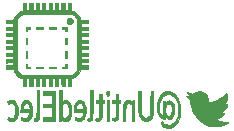
<source format=gbr>
G04 #@! TF.GenerationSoftware,KiCad,Pcbnew,(5.99.0-9526-g5c17ff0595)*
G04 #@! TF.CreationDate,2021-07-11T19:27:33-05:00*
G04 #@! TF.ProjectId,SDtoSAOadapter,5344746f-5341-44f6-9164-61707465722e,rev?*
G04 #@! TF.SameCoordinates,Original*
G04 #@! TF.FileFunction,Legend,Bot*
G04 #@! TF.FilePolarity,Positive*
%FSLAX46Y46*%
G04 Gerber Fmt 4.6, Leading zero omitted, Abs format (unit mm)*
G04 Created by KiCad (PCBNEW (5.99.0-9526-g5c17ff0595)) date 2021-07-11 19:27:33*
%MOMM*%
%LPD*%
G01*
G04 APERTURE LIST*
%ADD10C,0.010000*%
G04 APERTURE END LIST*
D10*
X119388446Y-58885356D02*
X119379603Y-58894042D01*
X119379603Y-58894042D02*
X119343813Y-58964026D01*
X119343813Y-58964026D02*
X119331684Y-59056518D01*
X119331684Y-59056518D02*
X119341350Y-59141343D01*
X119341350Y-59141343D02*
X119360045Y-59206985D01*
X119360045Y-59206985D02*
X119385391Y-59243539D01*
X119385391Y-59243539D02*
X119428466Y-59264017D01*
X119428466Y-59264017D02*
X119450958Y-59270086D01*
X119450958Y-59270086D02*
X119507948Y-59270041D01*
X119507948Y-59270041D02*
X119550319Y-59241015D01*
X119550319Y-59241015D02*
X119590916Y-59175379D01*
X119590916Y-59175379D02*
X119610647Y-59090431D01*
X119610647Y-59090431D02*
X119609062Y-59001463D01*
X119609062Y-59001463D02*
X119585710Y-58923768D01*
X119585710Y-58923768D02*
X119560675Y-58888532D01*
X119560675Y-58888532D02*
X119508006Y-58861799D01*
X119508006Y-58861799D02*
X119443656Y-58860951D01*
X119443656Y-58860951D02*
X119388446Y-58885356D01*
X119388446Y-58885356D02*
X119388446Y-58885356D01*
G36*
X119508006Y-58861799D02*
G01*
X119560675Y-58888532D01*
X119585710Y-58923768D01*
X119609062Y-59001463D01*
X119610647Y-59090431D01*
X119590916Y-59175379D01*
X119550319Y-59241015D01*
X119507948Y-59270041D01*
X119450958Y-59270086D01*
X119428466Y-59264017D01*
X119385391Y-59243539D01*
X119360045Y-59206985D01*
X119341350Y-59141343D01*
X119331684Y-59056518D01*
X119343813Y-58964026D01*
X119379603Y-58894042D01*
X119388446Y-58885356D01*
X119443656Y-58860951D01*
X119508006Y-58861799D01*
G37*
X119508006Y-58861799D02*
X119560675Y-58888532D01*
X119585710Y-58923768D01*
X119609062Y-59001463D01*
X119610647Y-59090431D01*
X119590916Y-59175379D01*
X119550319Y-59241015D01*
X119507948Y-59270041D01*
X119450958Y-59270086D01*
X119428466Y-59264017D01*
X119385391Y-59243539D01*
X119360045Y-59206985D01*
X119341350Y-59141343D01*
X119331684Y-59056518D01*
X119343813Y-58964026D01*
X119379603Y-58894042D01*
X119388446Y-58885356D01*
X119443656Y-58860951D01*
X119508006Y-58861799D01*
X113944167Y-59174500D02*
X114769667Y-59174500D01*
X114769667Y-59174500D02*
X114769667Y-59957667D01*
X114769667Y-59957667D02*
X114007667Y-59957667D01*
X114007667Y-59957667D02*
X114007667Y-60232833D01*
X114007667Y-60232833D02*
X114769667Y-60232833D01*
X114769667Y-60232833D02*
X114769667Y-61100667D01*
X114769667Y-61100667D02*
X113944167Y-61100667D01*
X113944167Y-61100667D02*
X113944167Y-61375833D01*
X113944167Y-61375833D02*
X114981333Y-61375833D01*
X114981333Y-61375833D02*
X114981333Y-58899333D01*
X114981333Y-58899333D02*
X113944167Y-58899333D01*
X113944167Y-58899333D02*
X113944167Y-59174500D01*
X113944167Y-59174500D02*
X113944167Y-59174500D01*
G36*
X114981333Y-61375833D02*
G01*
X113944167Y-61375833D01*
X113944167Y-61100667D01*
X114769667Y-61100667D01*
X114769667Y-60232833D01*
X114007667Y-60232833D01*
X114007667Y-59957667D01*
X114769667Y-59957667D01*
X114769667Y-59174500D01*
X113944167Y-59174500D01*
X113944167Y-58899333D01*
X114981333Y-58899333D01*
X114981333Y-61375833D01*
G37*
X114981333Y-61375833D02*
X113944167Y-61375833D01*
X113944167Y-61100667D01*
X114769667Y-61100667D01*
X114769667Y-60232833D01*
X114007667Y-60232833D01*
X114007667Y-59957667D01*
X114769667Y-59957667D01*
X114769667Y-59174500D01*
X113944167Y-59174500D01*
X113944167Y-58899333D01*
X114981333Y-58899333D01*
X114981333Y-61375833D01*
X119362833Y-61375833D02*
X119574500Y-61375833D01*
X119574500Y-61375833D02*
X119574500Y-59661333D01*
X119574500Y-59661333D02*
X119362833Y-59661333D01*
X119362833Y-59661333D02*
X119362833Y-61375833D01*
X119362833Y-61375833D02*
X119362833Y-61375833D01*
G36*
X119574500Y-61375833D02*
G01*
X119362833Y-61375833D01*
X119362833Y-59661333D01*
X119574500Y-59661333D01*
X119574500Y-61375833D01*
G37*
X119574500Y-61375833D02*
X119362833Y-61375833D01*
X119362833Y-59661333D01*
X119574500Y-59661333D01*
X119574500Y-61375833D01*
X121107003Y-59627984D02*
X120999916Y-59668393D01*
X120999916Y-59668393D02*
X120907312Y-59746196D01*
X120907312Y-59746196D02*
X120865882Y-59801987D01*
X120865882Y-59801987D02*
X120837683Y-59850175D01*
X120837683Y-59850175D02*
X120814907Y-59900003D01*
X120814907Y-59900003D02*
X120796990Y-59956483D01*
X120796990Y-59956483D02*
X120783366Y-60024629D01*
X120783366Y-60024629D02*
X120773469Y-60109453D01*
X120773469Y-60109453D02*
X120766733Y-60215968D01*
X120766733Y-60215968D02*
X120762593Y-60349187D01*
X120762593Y-60349187D02*
X120760484Y-60514121D01*
X120760484Y-60514121D02*
X120759839Y-60715785D01*
X120759839Y-60715785D02*
X120759833Y-60741875D01*
X120759833Y-60741875D02*
X120759833Y-61375833D01*
X120759833Y-61375833D02*
X120946047Y-61375833D01*
X120946047Y-61375833D02*
X120955902Y-60767292D01*
X120955902Y-60767292D02*
X120959897Y-60573996D01*
X120959897Y-60573996D02*
X120965112Y-60406974D01*
X120965112Y-60406974D02*
X120971370Y-60269792D01*
X120971370Y-60269792D02*
X120978490Y-60166018D01*
X120978490Y-60166018D02*
X120986294Y-60099217D01*
X120986294Y-60099217D02*
X120990415Y-60080735D01*
X120990415Y-60080735D02*
X121037791Y-59991165D01*
X121037791Y-59991165D02*
X121110619Y-59927218D01*
X121110619Y-59927218D02*
X121199765Y-59896053D01*
X121199765Y-59896053D02*
X121228516Y-59894167D01*
X121228516Y-59894167D02*
X121315755Y-59903833D01*
X121315755Y-59903833D02*
X121390955Y-59937552D01*
X121390955Y-59937552D02*
X121463625Y-59995963D01*
X121463625Y-59995963D02*
X121521833Y-60050253D01*
X121521833Y-60050253D02*
X121521833Y-61375833D01*
X121521833Y-61375833D02*
X121712333Y-61375833D01*
X121712333Y-61375833D02*
X121712333Y-59661333D01*
X121712333Y-59661333D02*
X121639932Y-59661333D01*
X121639932Y-59661333D02*
X121588966Y-59666472D01*
X121588966Y-59666472D02*
X121564210Y-59689533D01*
X121564210Y-59689533D02*
X121553622Y-59724657D01*
X121553622Y-59724657D02*
X121539714Y-59787981D01*
X121539714Y-59787981D02*
X121471426Y-59735895D01*
X121471426Y-59735895D02*
X121347133Y-59661258D01*
X121347133Y-59661258D02*
X121224200Y-59625446D01*
X121224200Y-59625446D02*
X121107003Y-59627984D01*
X121107003Y-59627984D02*
X121107003Y-59627984D01*
G36*
X121347133Y-59661258D02*
G01*
X121471426Y-59735895D01*
X121539714Y-59787981D01*
X121553622Y-59724657D01*
X121564210Y-59689533D01*
X121588966Y-59666472D01*
X121639932Y-59661333D01*
X121712333Y-59661333D01*
X121712333Y-61375833D01*
X121521833Y-61375833D01*
X121521833Y-60050253D01*
X121463625Y-59995963D01*
X121390955Y-59937552D01*
X121315755Y-59903833D01*
X121228516Y-59894167D01*
X121199765Y-59896053D01*
X121110619Y-59927218D01*
X121037791Y-59991165D01*
X120990415Y-60080735D01*
X120986294Y-60099217D01*
X120978490Y-60166018D01*
X120971370Y-60269792D01*
X120965112Y-60406974D01*
X120959897Y-60573996D01*
X120955902Y-60767292D01*
X120946047Y-61375833D01*
X120759833Y-61375833D01*
X120759833Y-60741875D01*
X120759839Y-60715785D01*
X120760484Y-60514121D01*
X120762593Y-60349187D01*
X120766733Y-60215968D01*
X120773469Y-60109453D01*
X120783366Y-60024629D01*
X120796990Y-59956483D01*
X120814907Y-59900003D01*
X120837683Y-59850175D01*
X120865882Y-59801987D01*
X120907312Y-59746196D01*
X120999916Y-59668393D01*
X121107003Y-59627984D01*
X121224200Y-59625446D01*
X121347133Y-59661258D01*
G37*
X121347133Y-59661258D02*
X121471426Y-59735895D01*
X121539714Y-59787981D01*
X121553622Y-59724657D01*
X121564210Y-59689533D01*
X121588966Y-59666472D01*
X121639932Y-59661333D01*
X121712333Y-59661333D01*
X121712333Y-61375833D01*
X121521833Y-61375833D01*
X121521833Y-60050253D01*
X121463625Y-59995963D01*
X121390955Y-59937552D01*
X121315755Y-59903833D01*
X121228516Y-59894167D01*
X121199765Y-59896053D01*
X121110619Y-59927218D01*
X121037791Y-59991165D01*
X120990415Y-60080735D01*
X120986294Y-60099217D01*
X120978490Y-60166018D01*
X120971370Y-60269792D01*
X120965112Y-60406974D01*
X120959897Y-60573996D01*
X120955902Y-60767292D01*
X120946047Y-61375833D01*
X120759833Y-61375833D01*
X120759833Y-60741875D01*
X120759839Y-60715785D01*
X120760484Y-60514121D01*
X120762593Y-60349187D01*
X120766733Y-60215968D01*
X120773469Y-60109453D01*
X120783366Y-60024629D01*
X120796990Y-59956483D01*
X120814907Y-59900003D01*
X120837683Y-59850175D01*
X120865882Y-59801987D01*
X120907312Y-59746196D01*
X120999916Y-59668393D01*
X121107003Y-59627984D01*
X121224200Y-59625446D01*
X121347133Y-59661258D01*
X113436167Y-59893171D02*
X113435819Y-60175650D01*
X113435819Y-60175650D02*
X113434757Y-60417238D01*
X113434757Y-60417238D02*
X113432952Y-60619373D01*
X113432952Y-60619373D02*
X113430376Y-60783490D01*
X113430376Y-60783490D02*
X113427000Y-60911027D01*
X113427000Y-60911027D02*
X113422795Y-61003420D01*
X113422795Y-61003420D02*
X113417733Y-61062106D01*
X113417733Y-61062106D02*
X113412420Y-61087293D01*
X113412420Y-61087293D02*
X113372312Y-61137196D01*
X113372312Y-61137196D02*
X113319103Y-61151708D01*
X113319103Y-61151708D02*
X113281834Y-61139970D01*
X113281834Y-61139970D02*
X113256037Y-61130412D01*
X113256037Y-61130412D02*
X113238866Y-61141779D01*
X113238866Y-61141779D02*
X113226053Y-61181192D01*
X113226053Y-61181192D02*
X113213630Y-61253756D01*
X113213630Y-61253756D02*
X113206304Y-61314886D01*
X113206304Y-61314886D02*
X113211260Y-61347880D01*
X113211260Y-61347880D02*
X113233118Y-61366237D01*
X113233118Y-61366237D02*
X113255280Y-61375464D01*
X113255280Y-61375464D02*
X113360642Y-61396931D01*
X113360642Y-61396931D02*
X113456828Y-61379880D01*
X113456828Y-61379880D02*
X113518861Y-61342495D01*
X113518861Y-61342495D02*
X113545148Y-61319253D01*
X113545148Y-61319253D02*
X113567598Y-61294927D01*
X113567598Y-61294927D02*
X113586515Y-61266164D01*
X113586515Y-61266164D02*
X113602200Y-61229609D01*
X113602200Y-61229609D02*
X113614957Y-61181908D01*
X113614957Y-61181908D02*
X113625086Y-61119710D01*
X113625086Y-61119710D02*
X113632891Y-61039659D01*
X113632891Y-61039659D02*
X113638673Y-60938402D01*
X113638673Y-60938402D02*
X113642735Y-60812586D01*
X113642735Y-60812586D02*
X113645379Y-60658857D01*
X113645379Y-60658857D02*
X113646908Y-60473861D01*
X113646908Y-60473861D02*
X113647623Y-60254245D01*
X113647623Y-60254245D02*
X113647827Y-59996656D01*
X113647827Y-59996656D02*
X113647833Y-59911491D01*
X113647833Y-59911491D02*
X113647833Y-58751167D01*
X113647833Y-58751167D02*
X113436167Y-58751167D01*
X113436167Y-58751167D02*
X113436167Y-59893171D01*
X113436167Y-59893171D02*
X113436167Y-59893171D01*
G36*
X113647833Y-59911491D02*
G01*
X113647827Y-59996656D01*
X113647623Y-60254245D01*
X113646908Y-60473861D01*
X113645379Y-60658857D01*
X113642735Y-60812586D01*
X113638673Y-60938402D01*
X113632891Y-61039659D01*
X113625086Y-61119710D01*
X113614957Y-61181908D01*
X113602200Y-61229609D01*
X113586515Y-61266164D01*
X113567598Y-61294927D01*
X113545148Y-61319253D01*
X113518861Y-61342495D01*
X113456828Y-61379880D01*
X113360642Y-61396931D01*
X113255280Y-61375464D01*
X113233118Y-61366237D01*
X113211260Y-61347880D01*
X113206304Y-61314886D01*
X113213630Y-61253756D01*
X113226053Y-61181192D01*
X113238866Y-61141779D01*
X113256037Y-61130412D01*
X113281834Y-61139970D01*
X113319103Y-61151708D01*
X113372312Y-61137196D01*
X113412420Y-61087293D01*
X113417733Y-61062106D01*
X113422795Y-61003420D01*
X113427000Y-60911027D01*
X113430376Y-60783490D01*
X113432952Y-60619373D01*
X113434757Y-60417238D01*
X113435819Y-60175650D01*
X113436167Y-59893171D01*
X113436167Y-58751167D01*
X113647833Y-58751167D01*
X113647833Y-59911491D01*
G37*
X113647833Y-59911491D02*
X113647827Y-59996656D01*
X113647623Y-60254245D01*
X113646908Y-60473861D01*
X113645379Y-60658857D01*
X113642735Y-60812586D01*
X113638673Y-60938402D01*
X113632891Y-61039659D01*
X113625086Y-61119710D01*
X113614957Y-61181908D01*
X113602200Y-61229609D01*
X113586515Y-61266164D01*
X113567598Y-61294927D01*
X113545148Y-61319253D01*
X113518861Y-61342495D01*
X113456828Y-61379880D01*
X113360642Y-61396931D01*
X113255280Y-61375464D01*
X113233118Y-61366237D01*
X113211260Y-61347880D01*
X113206304Y-61314886D01*
X113213630Y-61253756D01*
X113226053Y-61181192D01*
X113238866Y-61141779D01*
X113256037Y-61130412D01*
X113281834Y-61139970D01*
X113319103Y-61151708D01*
X113372312Y-61137196D01*
X113412420Y-61087293D01*
X113417733Y-61062106D01*
X113422795Y-61003420D01*
X113427000Y-60911027D01*
X113430376Y-60783490D01*
X113432952Y-60619373D01*
X113434757Y-60417238D01*
X113435819Y-60175650D01*
X113436167Y-59893171D01*
X113436167Y-58751167D01*
X113647833Y-58751167D01*
X113647833Y-59911491D01*
X117965833Y-59893171D02*
X117965486Y-60175650D01*
X117965486Y-60175650D02*
X117964424Y-60417238D01*
X117964424Y-60417238D02*
X117962619Y-60619373D01*
X117962619Y-60619373D02*
X117960043Y-60783490D01*
X117960043Y-60783490D02*
X117956667Y-60911027D01*
X117956667Y-60911027D02*
X117952462Y-61003420D01*
X117952462Y-61003420D02*
X117947400Y-61062106D01*
X117947400Y-61062106D02*
X117942087Y-61087293D01*
X117942087Y-61087293D02*
X117901978Y-61137196D01*
X117901978Y-61137196D02*
X117848769Y-61151708D01*
X117848769Y-61151708D02*
X117811501Y-61139970D01*
X117811501Y-61139970D02*
X117785704Y-61130412D01*
X117785704Y-61130412D02*
X117768533Y-61141779D01*
X117768533Y-61141779D02*
X117755719Y-61181192D01*
X117755719Y-61181192D02*
X117743296Y-61253756D01*
X117743296Y-61253756D02*
X117735970Y-61314886D01*
X117735970Y-61314886D02*
X117740927Y-61347880D01*
X117740927Y-61347880D02*
X117762785Y-61366237D01*
X117762785Y-61366237D02*
X117784947Y-61375464D01*
X117784947Y-61375464D02*
X117890308Y-61396931D01*
X117890308Y-61396931D02*
X117986495Y-61379880D01*
X117986495Y-61379880D02*
X118048528Y-61342495D01*
X118048528Y-61342495D02*
X118074814Y-61319253D01*
X118074814Y-61319253D02*
X118097265Y-61294927D01*
X118097265Y-61294927D02*
X118116182Y-61266164D01*
X118116182Y-61266164D02*
X118131867Y-61229609D01*
X118131867Y-61229609D02*
X118144623Y-61181908D01*
X118144623Y-61181908D02*
X118154753Y-61119710D01*
X118154753Y-61119710D02*
X118162557Y-61039659D01*
X118162557Y-61039659D02*
X118168340Y-60938402D01*
X118168340Y-60938402D02*
X118172402Y-60812586D01*
X118172402Y-60812586D02*
X118175046Y-60658857D01*
X118175046Y-60658857D02*
X118176575Y-60473861D01*
X118176575Y-60473861D02*
X118177290Y-60254245D01*
X118177290Y-60254245D02*
X118177493Y-59996656D01*
X118177493Y-59996656D02*
X118177500Y-59911491D01*
X118177500Y-59911491D02*
X118177500Y-58751167D01*
X118177500Y-58751167D02*
X117965833Y-58751167D01*
X117965833Y-58751167D02*
X117965833Y-59893171D01*
X117965833Y-59893171D02*
X117965833Y-59893171D01*
G36*
X118177500Y-59911491D02*
G01*
X118177493Y-59996656D01*
X118177290Y-60254245D01*
X118176575Y-60473861D01*
X118175046Y-60658857D01*
X118172402Y-60812586D01*
X118168340Y-60938402D01*
X118162557Y-61039659D01*
X118154753Y-61119710D01*
X118144623Y-61181908D01*
X118131867Y-61229609D01*
X118116182Y-61266164D01*
X118097265Y-61294927D01*
X118074814Y-61319253D01*
X118048528Y-61342495D01*
X117986495Y-61379880D01*
X117890308Y-61396931D01*
X117784947Y-61375464D01*
X117762785Y-61366237D01*
X117740927Y-61347880D01*
X117735970Y-61314886D01*
X117743296Y-61253756D01*
X117755719Y-61181192D01*
X117768533Y-61141779D01*
X117785704Y-61130412D01*
X117811501Y-61139970D01*
X117848769Y-61151708D01*
X117901978Y-61137196D01*
X117942087Y-61087293D01*
X117947400Y-61062106D01*
X117952462Y-61003420D01*
X117956667Y-60911027D01*
X117960043Y-60783490D01*
X117962619Y-60619373D01*
X117964424Y-60417238D01*
X117965486Y-60175650D01*
X117965833Y-59893171D01*
X117965833Y-58751167D01*
X118177500Y-58751167D01*
X118177500Y-59911491D01*
G37*
X118177500Y-59911491D02*
X118177493Y-59996656D01*
X118177290Y-60254245D01*
X118176575Y-60473861D01*
X118175046Y-60658857D01*
X118172402Y-60812586D01*
X118168340Y-60938402D01*
X118162557Y-61039659D01*
X118154753Y-61119710D01*
X118144623Y-61181908D01*
X118131867Y-61229609D01*
X118116182Y-61266164D01*
X118097265Y-61294927D01*
X118074814Y-61319253D01*
X118048528Y-61342495D01*
X117986495Y-61379880D01*
X117890308Y-61396931D01*
X117784947Y-61375464D01*
X117762785Y-61366237D01*
X117740927Y-61347880D01*
X117735970Y-61314886D01*
X117743296Y-61253756D01*
X117755719Y-61181192D01*
X117768533Y-61141779D01*
X117785704Y-61130412D01*
X117811501Y-61139970D01*
X117848769Y-61151708D01*
X117901978Y-61137196D01*
X117942087Y-61087293D01*
X117947400Y-61062106D01*
X117952462Y-61003420D01*
X117956667Y-60911027D01*
X117960043Y-60783490D01*
X117962619Y-60619373D01*
X117964424Y-60417238D01*
X117965486Y-60175650D01*
X117965833Y-59893171D01*
X117965833Y-58751167D01*
X118177500Y-58751167D01*
X118177500Y-59911491D01*
X118749000Y-59661333D02*
X118452667Y-59661333D01*
X118452667Y-59661333D02*
X118452667Y-59915333D01*
X118452667Y-59915333D02*
X118750974Y-59915333D01*
X118750974Y-59915333D02*
X118744695Y-60474582D01*
X118744695Y-60474582D02*
X118738417Y-61033831D01*
X118738417Y-61033831D02*
X118685500Y-61090538D01*
X118685500Y-61090538D02*
X118646847Y-61125529D01*
X118646847Y-61125529D02*
X118607118Y-61139258D01*
X118607118Y-61139258D02*
X118547737Y-61137302D01*
X118547737Y-61137302D02*
X118534600Y-61135840D01*
X118534600Y-61135840D02*
X118436617Y-61124434D01*
X118436617Y-61124434D02*
X118423708Y-61202508D01*
X118423708Y-61202508D02*
X118414985Y-61264000D01*
X118414985Y-61264000D02*
X118410659Y-61311536D01*
X118410659Y-61311536D02*
X118410566Y-61315554D01*
X118410566Y-61315554D02*
X118429422Y-61347957D01*
X118429422Y-61347957D02*
X118478717Y-61373469D01*
X118478717Y-61373469D02*
X118546837Y-61390079D01*
X118546837Y-61390079D02*
X118622170Y-61395774D01*
X118622170Y-61395774D02*
X118693104Y-61388544D01*
X118693104Y-61388544D02*
X118738417Y-61372356D01*
X118738417Y-61372356D02*
X118838416Y-61293876D01*
X118838416Y-61293876D02*
X118909170Y-61188303D01*
X118909170Y-61188303D02*
X118929414Y-61134721D01*
X118929414Y-61134721D02*
X118939680Y-61089748D01*
X118939680Y-61089748D02*
X118947603Y-61029029D01*
X118947603Y-61029029D02*
X118953421Y-60947529D01*
X118953421Y-60947529D02*
X118957373Y-60840214D01*
X118957373Y-60840214D02*
X118959694Y-60702051D01*
X118959694Y-60702051D02*
X118960624Y-60528005D01*
X118960624Y-60528005D02*
X118960667Y-60472408D01*
X118960667Y-60472408D02*
X118960667Y-59915333D01*
X118960667Y-59915333D02*
X119108833Y-59915333D01*
X119108833Y-59915333D02*
X119108833Y-59661333D01*
X119108833Y-59661333D02*
X118960667Y-59661333D01*
X118960667Y-59661333D02*
X118960667Y-59153333D01*
X118960667Y-59153333D02*
X118749000Y-59153333D01*
X118749000Y-59153333D02*
X118749000Y-59661333D01*
X118749000Y-59661333D02*
X118749000Y-59661333D01*
G36*
X118960667Y-59661333D02*
G01*
X119108833Y-59661333D01*
X119108833Y-59915333D01*
X118960667Y-59915333D01*
X118960667Y-60472408D01*
X118960624Y-60528005D01*
X118959694Y-60702051D01*
X118957373Y-60840214D01*
X118953421Y-60947529D01*
X118947603Y-61029029D01*
X118939680Y-61089748D01*
X118929414Y-61134721D01*
X118909170Y-61188303D01*
X118838416Y-61293876D01*
X118738417Y-61372356D01*
X118693104Y-61388544D01*
X118622170Y-61395774D01*
X118546837Y-61390079D01*
X118478717Y-61373469D01*
X118429422Y-61347957D01*
X118410566Y-61315554D01*
X118410659Y-61311536D01*
X118414985Y-61264000D01*
X118423708Y-61202508D01*
X118436617Y-61124434D01*
X118534600Y-61135840D01*
X118547737Y-61137302D01*
X118607118Y-61139258D01*
X118646847Y-61125529D01*
X118685500Y-61090538D01*
X118738417Y-61033831D01*
X118744695Y-60474582D01*
X118750974Y-59915333D01*
X118452667Y-59915333D01*
X118452667Y-59661333D01*
X118749000Y-59661333D01*
X118749000Y-59153333D01*
X118960667Y-59153333D01*
X118960667Y-59661333D01*
G37*
X118960667Y-59661333D02*
X119108833Y-59661333D01*
X119108833Y-59915333D01*
X118960667Y-59915333D01*
X118960667Y-60472408D01*
X118960624Y-60528005D01*
X118959694Y-60702051D01*
X118957373Y-60840214D01*
X118953421Y-60947529D01*
X118947603Y-61029029D01*
X118939680Y-61089748D01*
X118929414Y-61134721D01*
X118909170Y-61188303D01*
X118838416Y-61293876D01*
X118738417Y-61372356D01*
X118693104Y-61388544D01*
X118622170Y-61395774D01*
X118546837Y-61390079D01*
X118478717Y-61373469D01*
X118429422Y-61347957D01*
X118410566Y-61315554D01*
X118410659Y-61311536D01*
X118414985Y-61264000D01*
X118423708Y-61202508D01*
X118436617Y-61124434D01*
X118534600Y-61135840D01*
X118547737Y-61137302D01*
X118607118Y-61139258D01*
X118646847Y-61125529D01*
X118685500Y-61090538D01*
X118738417Y-61033831D01*
X118744695Y-60474582D01*
X118750974Y-59915333D01*
X118452667Y-59915333D01*
X118452667Y-59661333D01*
X118749000Y-59661333D01*
X118749000Y-59153333D01*
X118960667Y-59153333D01*
X118960667Y-59661333D01*
X120167167Y-59661333D02*
X119849667Y-59661333D01*
X119849667Y-59661333D02*
X119849667Y-59915333D01*
X119849667Y-59915333D02*
X120167167Y-59915333D01*
X120167167Y-59915333D02*
X120167049Y-60407458D01*
X120167049Y-60407458D02*
X120166165Y-60590697D01*
X120166165Y-60590697D02*
X120163180Y-60736730D01*
X120163180Y-60736730D02*
X120157445Y-60850660D01*
X120157445Y-60850660D02*
X120148314Y-60937590D01*
X120148314Y-60937590D02*
X120135139Y-61002623D01*
X120135139Y-61002623D02*
X120117272Y-61050861D01*
X120117272Y-61050861D02*
X120094067Y-61087407D01*
X120094067Y-61087407D02*
X120078596Y-61104571D01*
X120078596Y-61104571D02*
X120040911Y-61132259D01*
X120040911Y-61132259D02*
X119993921Y-61140037D01*
X119993921Y-61140037D02*
X119943308Y-61135478D01*
X119943308Y-61135478D02*
X119884690Y-61129196D01*
X119884690Y-61129196D02*
X119851526Y-61136692D01*
X119851526Y-61136692D02*
X119833689Y-61166753D01*
X119833689Y-61166753D02*
X119821053Y-61228165D01*
X119821053Y-61228165D02*
X119818450Y-61243824D01*
X119818450Y-61243824D02*
X119811120Y-61300993D01*
X119811120Y-61300993D02*
X119819275Y-61332264D01*
X119819275Y-61332264D02*
X119850720Y-61353369D01*
X119850720Y-61353369D02*
X119878829Y-61365533D01*
X119878829Y-61365533D02*
X119996314Y-61394569D01*
X119996314Y-61394569D02*
X120108725Y-61382063D01*
X120108725Y-61382063D02*
X120167497Y-61357531D01*
X120167497Y-61357531D02*
X120240259Y-61296489D01*
X120240259Y-61296489D02*
X120299458Y-61206947D01*
X120299458Y-61206947D02*
X120357667Y-61095832D01*
X120357667Y-61095832D02*
X120357667Y-59915333D01*
X120357667Y-59915333D02*
X120505833Y-59915333D01*
X120505833Y-59915333D02*
X120505833Y-59661333D01*
X120505833Y-59661333D02*
X120357667Y-59661333D01*
X120357667Y-59661333D02*
X120357667Y-59153333D01*
X120357667Y-59153333D02*
X120167167Y-59153333D01*
X120167167Y-59153333D02*
X120167167Y-59661333D01*
X120167167Y-59661333D02*
X120167167Y-59661333D01*
G36*
X120357667Y-59661333D02*
G01*
X120505833Y-59661333D01*
X120505833Y-59915333D01*
X120357667Y-59915333D01*
X120357667Y-61095832D01*
X120299458Y-61206947D01*
X120240259Y-61296489D01*
X120167497Y-61357531D01*
X120108725Y-61382063D01*
X119996314Y-61394569D01*
X119878829Y-61365533D01*
X119850720Y-61353369D01*
X119819275Y-61332264D01*
X119811120Y-61300993D01*
X119818450Y-61243824D01*
X119821053Y-61228165D01*
X119833689Y-61166753D01*
X119851526Y-61136692D01*
X119884690Y-61129196D01*
X119943308Y-61135478D01*
X119993921Y-61140037D01*
X120040911Y-61132259D01*
X120078596Y-61104571D01*
X120094067Y-61087407D01*
X120117272Y-61050861D01*
X120135139Y-61002623D01*
X120148314Y-60937590D01*
X120157445Y-60850660D01*
X120163180Y-60736730D01*
X120166165Y-60590697D01*
X120167049Y-60407458D01*
X120167167Y-59915333D01*
X119849667Y-59915333D01*
X119849667Y-59661333D01*
X120167167Y-59661333D01*
X120167167Y-59153333D01*
X120357667Y-59153333D01*
X120357667Y-59661333D01*
G37*
X120357667Y-59661333D02*
X120505833Y-59661333D01*
X120505833Y-59915333D01*
X120357667Y-59915333D01*
X120357667Y-61095832D01*
X120299458Y-61206947D01*
X120240259Y-61296489D01*
X120167497Y-61357531D01*
X120108725Y-61382063D01*
X119996314Y-61394569D01*
X119878829Y-61365533D01*
X119850720Y-61353369D01*
X119819275Y-61332264D01*
X119811120Y-61300993D01*
X119818450Y-61243824D01*
X119821053Y-61228165D01*
X119833689Y-61166753D01*
X119851526Y-61136692D01*
X119884690Y-61129196D01*
X119943308Y-61135478D01*
X119993921Y-61140037D01*
X120040911Y-61132259D01*
X120078596Y-61104571D01*
X120094067Y-61087407D01*
X120117272Y-61050861D01*
X120135139Y-61002623D01*
X120148314Y-60937590D01*
X120157445Y-60850660D01*
X120163180Y-60736730D01*
X120166165Y-60590697D01*
X120167049Y-60407458D01*
X120167167Y-59915333D01*
X119849667Y-59915333D01*
X119849667Y-59661333D01*
X120167167Y-59661333D01*
X120167167Y-59153333D01*
X120357667Y-59153333D01*
X120357667Y-59661333D01*
X111089780Y-59661795D02*
X111042838Y-59683263D01*
X111042838Y-59683263D02*
X111002197Y-59703871D01*
X111002197Y-59703871D02*
X110977773Y-59721665D01*
X110977773Y-59721665D02*
X110967506Y-59746262D01*
X110967506Y-59746262D02*
X110969334Y-59787278D01*
X110969334Y-59787278D02*
X110981196Y-59854331D01*
X110981196Y-59854331D02*
X110993099Y-59915333D01*
X110993099Y-59915333D02*
X111004475Y-59959751D01*
X111004475Y-59959751D02*
X111014907Y-59978820D01*
X111014907Y-59978820D02*
X111015109Y-59978833D01*
X111015109Y-59978833D02*
X111038212Y-59970067D01*
X111038212Y-59970067D02*
X111084942Y-59947991D01*
X111084942Y-59947991D02*
X111107833Y-59936500D01*
X111107833Y-59936500D02*
X111215193Y-59899726D01*
X111215193Y-59899726D02*
X111323014Y-59894488D01*
X111323014Y-59894488D02*
X111419825Y-59920305D01*
X111419825Y-59920305D02*
X111469264Y-59951676D01*
X111469264Y-59951676D02*
X111531124Y-60015928D01*
X111531124Y-60015928D02*
X111576081Y-60093905D01*
X111576081Y-60093905D02*
X111606578Y-60192985D01*
X111606578Y-60192985D02*
X111625061Y-60320547D01*
X111625061Y-60320547D02*
X111632728Y-60445046D01*
X111632728Y-60445046D02*
X111630286Y-60653883D01*
X111630286Y-60653883D02*
X111605847Y-60826879D01*
X111605847Y-60826879D02*
X111559274Y-60964446D01*
X111559274Y-60964446D02*
X111490429Y-61066997D01*
X111490429Y-61066997D02*
X111404124Y-61132439D01*
X111404124Y-61132439D02*
X111319432Y-61160259D01*
X111319432Y-61160259D02*
X111229810Y-61154979D01*
X111229810Y-61154979D02*
X111125854Y-61115906D01*
X111125854Y-61115906D02*
X111116712Y-61111338D01*
X111116712Y-61111338D02*
X111059007Y-61082344D01*
X111059007Y-61082344D02*
X111019680Y-61063118D01*
X111019680Y-61063118D02*
X111009046Y-61058422D01*
X111009046Y-61058422D02*
X111003067Y-61077092D01*
X111003067Y-61077092D02*
X110991456Y-61125207D01*
X110991456Y-61125207D02*
X110981820Y-61168788D01*
X110981820Y-61168788D02*
X110969390Y-61234188D01*
X110969390Y-61234188D02*
X110969522Y-61272605D01*
X110969522Y-61272605D02*
X110984568Y-61298139D01*
X110984568Y-61298139D02*
X111006524Y-61316903D01*
X111006524Y-61316903D02*
X111098553Y-61367380D01*
X111098553Y-61367380D02*
X111213997Y-61400394D01*
X111213997Y-61400394D02*
X111336566Y-61413170D01*
X111336566Y-61413170D02*
X111449971Y-61402930D01*
X111449971Y-61402930D02*
X111474335Y-61396643D01*
X111474335Y-61396643D02*
X111583345Y-61342299D01*
X111583345Y-61342299D02*
X111675250Y-61251359D01*
X111675250Y-61251359D02*
X111748859Y-61126455D01*
X111748859Y-61126455D02*
X111802979Y-60970220D01*
X111802979Y-60970220D02*
X111836419Y-60785286D01*
X111836419Y-60785286D02*
X111847985Y-60574286D01*
X111847985Y-60574286D02*
X111847986Y-60571500D01*
X111847986Y-60571500D02*
X111835432Y-60334569D01*
X111835432Y-60334569D02*
X111798191Y-60127958D01*
X111798191Y-60127958D02*
X111736710Y-59953127D01*
X111736710Y-59953127D02*
X111651433Y-59811535D01*
X111651433Y-59811535D02*
X111597151Y-59750864D01*
X111597151Y-59750864D02*
X111486633Y-59671256D01*
X111486633Y-59671256D02*
X111361400Y-59629408D01*
X111361400Y-59629408D02*
X111227199Y-59626020D01*
X111227199Y-59626020D02*
X111089780Y-59661795D01*
X111089780Y-59661795D02*
X111089780Y-59661795D01*
G36*
X111361400Y-59629408D02*
G01*
X111486633Y-59671256D01*
X111597151Y-59750864D01*
X111651433Y-59811535D01*
X111736710Y-59953127D01*
X111798191Y-60127958D01*
X111835432Y-60334569D01*
X111847986Y-60571500D01*
X111847985Y-60574286D01*
X111836419Y-60785286D01*
X111802979Y-60970220D01*
X111748859Y-61126455D01*
X111675250Y-61251359D01*
X111583345Y-61342299D01*
X111474335Y-61396643D01*
X111449971Y-61402930D01*
X111336566Y-61413170D01*
X111213997Y-61400394D01*
X111098553Y-61367380D01*
X111006524Y-61316903D01*
X110984568Y-61298139D01*
X110969522Y-61272605D01*
X110969390Y-61234188D01*
X110981820Y-61168788D01*
X110991456Y-61125207D01*
X111003067Y-61077092D01*
X111009046Y-61058422D01*
X111019680Y-61063118D01*
X111059007Y-61082344D01*
X111116712Y-61111338D01*
X111125854Y-61115906D01*
X111229810Y-61154979D01*
X111319432Y-61160259D01*
X111404124Y-61132439D01*
X111490429Y-61066997D01*
X111559274Y-60964446D01*
X111605847Y-60826879D01*
X111630286Y-60653883D01*
X111632728Y-60445046D01*
X111625061Y-60320547D01*
X111606578Y-60192985D01*
X111576081Y-60093905D01*
X111531124Y-60015928D01*
X111469264Y-59951676D01*
X111419825Y-59920305D01*
X111323014Y-59894488D01*
X111215193Y-59899726D01*
X111107833Y-59936500D01*
X111084942Y-59947991D01*
X111038212Y-59970067D01*
X111015109Y-59978833D01*
X111014907Y-59978820D01*
X111004475Y-59959751D01*
X110993099Y-59915333D01*
X110981196Y-59854331D01*
X110969334Y-59787278D01*
X110967506Y-59746262D01*
X110977773Y-59721665D01*
X111002197Y-59703871D01*
X111042838Y-59683263D01*
X111089780Y-59661795D01*
X111227199Y-59626020D01*
X111361400Y-59629408D01*
G37*
X111361400Y-59629408D02*
X111486633Y-59671256D01*
X111597151Y-59750864D01*
X111651433Y-59811535D01*
X111736710Y-59953127D01*
X111798191Y-60127958D01*
X111835432Y-60334569D01*
X111847986Y-60571500D01*
X111847985Y-60574286D01*
X111836419Y-60785286D01*
X111802979Y-60970220D01*
X111748859Y-61126455D01*
X111675250Y-61251359D01*
X111583345Y-61342299D01*
X111474335Y-61396643D01*
X111449971Y-61402930D01*
X111336566Y-61413170D01*
X111213997Y-61400394D01*
X111098553Y-61367380D01*
X111006524Y-61316903D01*
X110984568Y-61298139D01*
X110969522Y-61272605D01*
X110969390Y-61234188D01*
X110981820Y-61168788D01*
X110991456Y-61125207D01*
X111003067Y-61077092D01*
X111009046Y-61058422D01*
X111019680Y-61063118D01*
X111059007Y-61082344D01*
X111116712Y-61111338D01*
X111125854Y-61115906D01*
X111229810Y-61154979D01*
X111319432Y-61160259D01*
X111404124Y-61132439D01*
X111490429Y-61066997D01*
X111559274Y-60964446D01*
X111605847Y-60826879D01*
X111630286Y-60653883D01*
X111632728Y-60445046D01*
X111625061Y-60320547D01*
X111606578Y-60192985D01*
X111576081Y-60093905D01*
X111531124Y-60015928D01*
X111469264Y-59951676D01*
X111419825Y-59920305D01*
X111323014Y-59894488D01*
X111215193Y-59899726D01*
X111107833Y-59936500D01*
X111084942Y-59947991D01*
X111038212Y-59970067D01*
X111015109Y-59978833D01*
X111014907Y-59978820D01*
X111004475Y-59959751D01*
X110993099Y-59915333D01*
X110981196Y-59854331D01*
X110969334Y-59787278D01*
X110967506Y-59746262D01*
X110977773Y-59721665D01*
X111002197Y-59703871D01*
X111042838Y-59683263D01*
X111089780Y-59661795D01*
X111227199Y-59626020D01*
X111361400Y-59629408D01*
X112492918Y-59624381D02*
X112388126Y-59653601D01*
X112388126Y-59653601D02*
X112296384Y-59717742D01*
X112296384Y-59717742D02*
X112214520Y-59819524D01*
X112214520Y-59819524D02*
X112166663Y-59904048D01*
X112166663Y-59904048D02*
X112136658Y-59965346D01*
X112136658Y-59965346D02*
X112115872Y-60016362D01*
X112115872Y-60016362D02*
X112102309Y-60067533D01*
X112102309Y-60067533D02*
X112093973Y-60129294D01*
X112093973Y-60129294D02*
X112088868Y-60212079D01*
X112088868Y-60212079D02*
X112084999Y-60326323D01*
X112084999Y-60326323D02*
X112084837Y-60331857D01*
X112084837Y-60331857D02*
X112076597Y-60613833D01*
X112076597Y-60613833D02*
X112863608Y-60613833D01*
X112863608Y-60613833D02*
X112851614Y-60682625D01*
X112851614Y-60682625D02*
X112809515Y-60852237D01*
X112809515Y-60852237D02*
X112749040Y-60985399D01*
X112749040Y-60985399D02*
X112670785Y-61081464D01*
X112670785Y-61081464D02*
X112575346Y-61139786D01*
X112575346Y-61139786D02*
X112463317Y-61159718D01*
X112463317Y-61159718D02*
X112414551Y-61156864D01*
X112414551Y-61156864D02*
X112334717Y-61140143D01*
X112334717Y-61140143D02*
X112259055Y-61112938D01*
X112259055Y-61112938D02*
X112237166Y-61101652D01*
X112237166Y-61101652D02*
X112191211Y-61078053D01*
X112191211Y-61078053D02*
X112163274Y-61077851D01*
X112163274Y-61077851D02*
X112148190Y-61106592D01*
X112148190Y-61106592D02*
X112140792Y-61169824D01*
X112140792Y-61169824D02*
X112138766Y-61207314D01*
X112138766Y-61207314D02*
X112138649Y-61263907D01*
X112138649Y-61263907D02*
X112151345Y-61298929D01*
X112151345Y-61298929D02*
X112186188Y-61327713D01*
X112186188Y-61327713D02*
X112226182Y-61350926D01*
X112226182Y-61350926D02*
X112326529Y-61389920D01*
X112326529Y-61389920D02*
X112444395Y-61410206D01*
X112444395Y-61410206D02*
X112561861Y-61410155D01*
X112561861Y-61410155D02*
X112656129Y-61390024D01*
X112656129Y-61390024D02*
X112781646Y-61320933D01*
X112781646Y-61320933D02*
X112885702Y-61216376D01*
X112885702Y-61216376D02*
X112967514Y-61077827D01*
X112967514Y-61077827D02*
X113026299Y-60906758D01*
X113026299Y-60906758D02*
X113061274Y-60704644D01*
X113061274Y-60704644D02*
X113068512Y-60613833D01*
X113068512Y-60613833D02*
X113068395Y-60405466D01*
X113068395Y-60405466D02*
X113065431Y-60381000D01*
X113065431Y-60381000D02*
X112868388Y-60381000D01*
X112868388Y-60381000D02*
X112265970Y-60381000D01*
X112265970Y-60381000D02*
X112279539Y-60251179D01*
X112279539Y-60251179D02*
X112307446Y-60117791D01*
X112307446Y-60117791D02*
X112358911Y-60008096D01*
X112358911Y-60008096D02*
X112430393Y-59928700D01*
X112430393Y-59928700D02*
X112464107Y-59906737D01*
X112464107Y-59906737D02*
X112552079Y-59878959D01*
X112552079Y-59878959D02*
X112634118Y-59890969D01*
X112634118Y-59890969D02*
X112707783Y-59940364D01*
X112707783Y-59940364D02*
X112770636Y-60024743D01*
X112770636Y-60024743D02*
X112820237Y-60141705D01*
X112820237Y-60141705D02*
X112854146Y-60288849D01*
X112854146Y-60288849D02*
X112854487Y-60291042D01*
X112854487Y-60291042D02*
X112868388Y-60381000D01*
X112868388Y-60381000D02*
X113065431Y-60381000D01*
X113065431Y-60381000D02*
X113045279Y-60214693D01*
X113045279Y-60214693D02*
X113001059Y-60044772D01*
X113001059Y-60044772D02*
X112937628Y-59898958D01*
X112937628Y-59898958D02*
X112856881Y-59780506D01*
X112856881Y-59780506D02*
X112760711Y-59692673D01*
X112760711Y-59692673D02*
X112651013Y-59638715D01*
X112651013Y-59638715D02*
X112529681Y-59621887D01*
X112529681Y-59621887D02*
X112492918Y-59624381D01*
X112492918Y-59624381D02*
X112492918Y-59624381D01*
G36*
X113068512Y-60613833D02*
G01*
X113061274Y-60704644D01*
X113026299Y-60906758D01*
X112967514Y-61077827D01*
X112885702Y-61216376D01*
X112781646Y-61320933D01*
X112656129Y-61390024D01*
X112561861Y-61410155D01*
X112444395Y-61410206D01*
X112326529Y-61389920D01*
X112226182Y-61350926D01*
X112186188Y-61327713D01*
X112151345Y-61298929D01*
X112138649Y-61263907D01*
X112138766Y-61207314D01*
X112140792Y-61169824D01*
X112148190Y-61106592D01*
X112163274Y-61077851D01*
X112191211Y-61078053D01*
X112237166Y-61101652D01*
X112259055Y-61112938D01*
X112334717Y-61140143D01*
X112414551Y-61156864D01*
X112463317Y-61159718D01*
X112575346Y-61139786D01*
X112670785Y-61081464D01*
X112749040Y-60985399D01*
X112809515Y-60852237D01*
X112851614Y-60682625D01*
X112863608Y-60613833D01*
X112076597Y-60613833D01*
X112083401Y-60381000D01*
X112265970Y-60381000D01*
X112868388Y-60381000D01*
X112854487Y-60291042D01*
X112854146Y-60288849D01*
X112820237Y-60141705D01*
X112770636Y-60024743D01*
X112707783Y-59940364D01*
X112634118Y-59890969D01*
X112552079Y-59878959D01*
X112464107Y-59906737D01*
X112430393Y-59928700D01*
X112358911Y-60008096D01*
X112307446Y-60117791D01*
X112279539Y-60251179D01*
X112265970Y-60381000D01*
X112083401Y-60381000D01*
X112084837Y-60331857D01*
X112084999Y-60326323D01*
X112088868Y-60212079D01*
X112093973Y-60129294D01*
X112102309Y-60067533D01*
X112115872Y-60016362D01*
X112136658Y-59965346D01*
X112166663Y-59904048D01*
X112214520Y-59819524D01*
X112296384Y-59717742D01*
X112388126Y-59653601D01*
X112492918Y-59624381D01*
X112529681Y-59621887D01*
X112651013Y-59638715D01*
X112760711Y-59692673D01*
X112856881Y-59780506D01*
X112937628Y-59898958D01*
X113001059Y-60044772D01*
X113045279Y-60214693D01*
X113065431Y-60381000D01*
X113068395Y-60405466D01*
X113068512Y-60613833D01*
G37*
X113068512Y-60613833D02*
X113061274Y-60704644D01*
X113026299Y-60906758D01*
X112967514Y-61077827D01*
X112885702Y-61216376D01*
X112781646Y-61320933D01*
X112656129Y-61390024D01*
X112561861Y-61410155D01*
X112444395Y-61410206D01*
X112326529Y-61389920D01*
X112226182Y-61350926D01*
X112186188Y-61327713D01*
X112151345Y-61298929D01*
X112138649Y-61263907D01*
X112138766Y-61207314D01*
X112140792Y-61169824D01*
X112148190Y-61106592D01*
X112163274Y-61077851D01*
X112191211Y-61078053D01*
X112237166Y-61101652D01*
X112259055Y-61112938D01*
X112334717Y-61140143D01*
X112414551Y-61156864D01*
X112463317Y-61159718D01*
X112575346Y-61139786D01*
X112670785Y-61081464D01*
X112749040Y-60985399D01*
X112809515Y-60852237D01*
X112851614Y-60682625D01*
X112863608Y-60613833D01*
X112076597Y-60613833D01*
X112083401Y-60381000D01*
X112265970Y-60381000D01*
X112868388Y-60381000D01*
X112854487Y-60291042D01*
X112854146Y-60288849D01*
X112820237Y-60141705D01*
X112770636Y-60024743D01*
X112707783Y-59940364D01*
X112634118Y-59890969D01*
X112552079Y-59878959D01*
X112464107Y-59906737D01*
X112430393Y-59928700D01*
X112358911Y-60008096D01*
X112307446Y-60117791D01*
X112279539Y-60251179D01*
X112265970Y-60381000D01*
X112083401Y-60381000D01*
X112084837Y-60331857D01*
X112084999Y-60326323D01*
X112088868Y-60212079D01*
X112093973Y-60129294D01*
X112102309Y-60067533D01*
X112115872Y-60016362D01*
X112136658Y-59965346D01*
X112166663Y-59904048D01*
X112214520Y-59819524D01*
X112296384Y-59717742D01*
X112388126Y-59653601D01*
X112492918Y-59624381D01*
X112529681Y-59621887D01*
X112651013Y-59638715D01*
X112760711Y-59692673D01*
X112856881Y-59780506D01*
X112937628Y-59898958D01*
X113001059Y-60044772D01*
X113045279Y-60214693D01*
X113065431Y-60381000D01*
X113068395Y-60405466D01*
X113068512Y-60613833D01*
X115362333Y-61375833D02*
X115436946Y-61375833D01*
X115436946Y-61375833D02*
X115488523Y-61371233D01*
X115488523Y-61371233D02*
X115513278Y-61350088D01*
X115513278Y-61350088D02*
X115524258Y-61312333D01*
X115524258Y-61312333D02*
X115536989Y-61266383D01*
X115536989Y-61266383D02*
X115555297Y-61253155D01*
X115555297Y-61253155D02*
X115586744Y-61272660D01*
X115586744Y-61272660D02*
X115627045Y-61312467D01*
X115627045Y-61312467D02*
X115720322Y-61381456D01*
X115720322Y-61381456D02*
X115828170Y-61412788D01*
X115828170Y-61412788D02*
X115944150Y-61405558D01*
X115944150Y-61405558D02*
X116040169Y-61370542D01*
X116040169Y-61370542D02*
X116146352Y-61293501D01*
X116146352Y-61293501D02*
X116235361Y-61179624D01*
X116235361Y-61179624D02*
X116305248Y-61031572D01*
X116305248Y-61031572D02*
X116319943Y-60988134D01*
X116319943Y-60988134D02*
X116339863Y-60918298D01*
X116339863Y-60918298D02*
X116353488Y-60850753D01*
X116353488Y-60850753D02*
X116361932Y-60774825D01*
X116361932Y-60774825D02*
X116366307Y-60679836D01*
X116366307Y-60679836D02*
X116367723Y-60555110D01*
X116367723Y-60555110D02*
X116367750Y-60529167D01*
X116367750Y-60529167D02*
X116366724Y-60491276D01*
X116366724Y-60491276D02*
X116168334Y-60491276D01*
X116168334Y-60491276D02*
X116165945Y-60592466D01*
X116165945Y-60592466D02*
X116159200Y-60688640D01*
X116159200Y-60688640D02*
X116149336Y-60764510D01*
X116149336Y-60764510D02*
X116144336Y-60787490D01*
X116144336Y-60787490D02*
X116093871Y-60927054D01*
X116093871Y-60927054D02*
X116027990Y-61033635D01*
X116027990Y-61033635D02*
X115949435Y-61105246D01*
X115949435Y-61105246D02*
X115860948Y-61139900D01*
X115860948Y-61139900D02*
X115765269Y-61135610D01*
X115765269Y-61135610D02*
X115699013Y-61110222D01*
X115699013Y-61110222D02*
X115643686Y-61068671D01*
X115643686Y-61068671D02*
X115596247Y-61012785D01*
X115596247Y-61012785D02*
X115594310Y-61009681D01*
X115594310Y-61009681D02*
X115580152Y-60983006D01*
X115580152Y-60983006D02*
X115569625Y-60951726D01*
X115569625Y-60951726D02*
X115562199Y-60909492D01*
X115562199Y-60909492D02*
X115557344Y-60849958D01*
X115557344Y-60849958D02*
X115554531Y-60766774D01*
X115554531Y-60766774D02*
X115553230Y-60653594D01*
X115553230Y-60653594D02*
X115552913Y-60513663D01*
X115552913Y-60513663D02*
X115552833Y-60085410D01*
X115552833Y-60085410D02*
X115644455Y-59989788D01*
X115644455Y-59989788D02*
X115698837Y-59936302D01*
X115698837Y-59936302D02*
X115741095Y-59907574D01*
X115741095Y-59907574D02*
X115786461Y-59896059D01*
X115786461Y-59896059D02*
X115837445Y-59894167D01*
X115837445Y-59894167D02*
X115902959Y-59898225D01*
X115902959Y-59898225D02*
X115950846Y-59915996D01*
X115950846Y-59915996D02*
X116000141Y-59955874D01*
X116000141Y-59955874D02*
X116018772Y-59974125D01*
X116018772Y-59974125D02*
X116084061Y-60057525D01*
X116084061Y-60057525D02*
X116129443Y-60160272D01*
X116129443Y-60160272D02*
X116156766Y-60288752D01*
X116156766Y-60288752D02*
X116167878Y-60449354D01*
X116167878Y-60449354D02*
X116168334Y-60491276D01*
X116168334Y-60491276D02*
X116366724Y-60491276D01*
X116366724Y-60491276D02*
X116362600Y-60339047D01*
X116362600Y-60339047D02*
X116345924Y-60181942D01*
X116345924Y-60181942D02*
X116315879Y-60049655D01*
X116315879Y-60049655D02*
X116270624Y-59933990D01*
X116270624Y-59933990D02*
X116210757Y-59830378D01*
X116210757Y-59830378D02*
X116118767Y-59724128D01*
X116118767Y-59724128D02*
X116012286Y-59654174D01*
X116012286Y-59654174D02*
X115896578Y-59621760D01*
X115896578Y-59621760D02*
X115776906Y-59628128D01*
X115776906Y-59628128D02*
X115658535Y-59674521D01*
X115658535Y-59674521D02*
X115629046Y-59693005D01*
X115629046Y-59693005D02*
X115552833Y-59744724D01*
X115552833Y-59744724D02*
X115552833Y-58751167D01*
X115552833Y-58751167D02*
X115362333Y-58751167D01*
X115362333Y-58751167D02*
X115362333Y-61375833D01*
X115362333Y-61375833D02*
X115362333Y-61375833D01*
G36*
X116367723Y-60555110D02*
G01*
X116366307Y-60679836D01*
X116361932Y-60774825D01*
X116353488Y-60850753D01*
X116339863Y-60918298D01*
X116319943Y-60988134D01*
X116305248Y-61031572D01*
X116235361Y-61179624D01*
X116146352Y-61293501D01*
X116040169Y-61370542D01*
X115944150Y-61405558D01*
X115828170Y-61412788D01*
X115720322Y-61381456D01*
X115627045Y-61312467D01*
X115586744Y-61272660D01*
X115555297Y-61253155D01*
X115536989Y-61266383D01*
X115524258Y-61312333D01*
X115513278Y-61350088D01*
X115488523Y-61371233D01*
X115436946Y-61375833D01*
X115362333Y-61375833D01*
X115362333Y-60085410D01*
X115552833Y-60085410D01*
X115552913Y-60513663D01*
X115553230Y-60653594D01*
X115554531Y-60766774D01*
X115557344Y-60849958D01*
X115562199Y-60909492D01*
X115569625Y-60951726D01*
X115580152Y-60983006D01*
X115594310Y-61009681D01*
X115596247Y-61012785D01*
X115643686Y-61068671D01*
X115699013Y-61110222D01*
X115765269Y-61135610D01*
X115860948Y-61139900D01*
X115949435Y-61105246D01*
X116027990Y-61033635D01*
X116093871Y-60927054D01*
X116144336Y-60787490D01*
X116149336Y-60764510D01*
X116159200Y-60688640D01*
X116165945Y-60592466D01*
X116168334Y-60491276D01*
X116167878Y-60449354D01*
X116156766Y-60288752D01*
X116129443Y-60160272D01*
X116084061Y-60057525D01*
X116018772Y-59974125D01*
X116000141Y-59955874D01*
X115950846Y-59915996D01*
X115902959Y-59898225D01*
X115837445Y-59894167D01*
X115786461Y-59896059D01*
X115741095Y-59907574D01*
X115698837Y-59936302D01*
X115644455Y-59989788D01*
X115552833Y-60085410D01*
X115362333Y-60085410D01*
X115362333Y-58751167D01*
X115552833Y-58751167D01*
X115552833Y-59744724D01*
X115629046Y-59693005D01*
X115658535Y-59674521D01*
X115776906Y-59628128D01*
X115896578Y-59621760D01*
X116012286Y-59654174D01*
X116118767Y-59724128D01*
X116210757Y-59830378D01*
X116270624Y-59933990D01*
X116315879Y-60049655D01*
X116345924Y-60181942D01*
X116362600Y-60339047D01*
X116366724Y-60491276D01*
X116367750Y-60529167D01*
X116367723Y-60555110D01*
G37*
X116367723Y-60555110D02*
X116366307Y-60679836D01*
X116361932Y-60774825D01*
X116353488Y-60850753D01*
X116339863Y-60918298D01*
X116319943Y-60988134D01*
X116305248Y-61031572D01*
X116235361Y-61179624D01*
X116146352Y-61293501D01*
X116040169Y-61370542D01*
X115944150Y-61405558D01*
X115828170Y-61412788D01*
X115720322Y-61381456D01*
X115627045Y-61312467D01*
X115586744Y-61272660D01*
X115555297Y-61253155D01*
X115536989Y-61266383D01*
X115524258Y-61312333D01*
X115513278Y-61350088D01*
X115488523Y-61371233D01*
X115436946Y-61375833D01*
X115362333Y-61375833D01*
X115362333Y-60085410D01*
X115552833Y-60085410D01*
X115552913Y-60513663D01*
X115553230Y-60653594D01*
X115554531Y-60766774D01*
X115557344Y-60849958D01*
X115562199Y-60909492D01*
X115569625Y-60951726D01*
X115580152Y-60983006D01*
X115594310Y-61009681D01*
X115596247Y-61012785D01*
X115643686Y-61068671D01*
X115699013Y-61110222D01*
X115765269Y-61135610D01*
X115860948Y-61139900D01*
X115949435Y-61105246D01*
X116027990Y-61033635D01*
X116093871Y-60927054D01*
X116144336Y-60787490D01*
X116149336Y-60764510D01*
X116159200Y-60688640D01*
X116165945Y-60592466D01*
X116168334Y-60491276D01*
X116167878Y-60449354D01*
X116156766Y-60288752D01*
X116129443Y-60160272D01*
X116084061Y-60057525D01*
X116018772Y-59974125D01*
X116000141Y-59955874D01*
X115950846Y-59915996D01*
X115902959Y-59898225D01*
X115837445Y-59894167D01*
X115786461Y-59896059D01*
X115741095Y-59907574D01*
X115698837Y-59936302D01*
X115644455Y-59989788D01*
X115552833Y-60085410D01*
X115362333Y-60085410D01*
X115362333Y-58751167D01*
X115552833Y-58751167D01*
X115552833Y-59744724D01*
X115629046Y-59693005D01*
X115658535Y-59674521D01*
X115776906Y-59628128D01*
X115896578Y-59621760D01*
X116012286Y-59654174D01*
X116118767Y-59724128D01*
X116210757Y-59830378D01*
X116270624Y-59933990D01*
X116315879Y-60049655D01*
X116345924Y-60181942D01*
X116362600Y-60339047D01*
X116366724Y-60491276D01*
X116367750Y-60529167D01*
X116367723Y-60555110D01*
X117039584Y-59624667D02*
X116934656Y-59646904D01*
X116934656Y-59646904D02*
X116845415Y-59699064D01*
X116845415Y-59699064D02*
X116766707Y-59785340D01*
X116766707Y-59785340D02*
X116696330Y-59904048D01*
X116696330Y-59904048D02*
X116666325Y-59965346D01*
X116666325Y-59965346D02*
X116645539Y-60016362D01*
X116645539Y-60016362D02*
X116631976Y-60067533D01*
X116631976Y-60067533D02*
X116623640Y-60129294D01*
X116623640Y-60129294D02*
X116618535Y-60212079D01*
X116618535Y-60212079D02*
X116614665Y-60326323D01*
X116614665Y-60326323D02*
X116614503Y-60331857D01*
X116614503Y-60331857D02*
X116606263Y-60613833D01*
X116606263Y-60613833D02*
X117388554Y-60613833D01*
X117388554Y-60613833D02*
X117369182Y-60724958D01*
X117369182Y-60724958D02*
X117328650Y-60877481D01*
X117328650Y-60877481D02*
X117266846Y-60999665D01*
X117266846Y-60999665D02*
X117186193Y-61089039D01*
X117186193Y-61089039D02*
X117089112Y-61143126D01*
X117089112Y-61143126D02*
X116978025Y-61159454D01*
X116978025Y-61159454D02*
X116946185Y-61157097D01*
X116946185Y-61157097D02*
X116866054Y-61140489D01*
X116866054Y-61140489D02*
X116790209Y-61113593D01*
X116790209Y-61113593D02*
X116766833Y-61101652D01*
X116766833Y-61101652D02*
X116720877Y-61078053D01*
X116720877Y-61078053D02*
X116692941Y-61077851D01*
X116692941Y-61077851D02*
X116677857Y-61106592D01*
X116677857Y-61106592D02*
X116670459Y-61169824D01*
X116670459Y-61169824D02*
X116668433Y-61207314D01*
X116668433Y-61207314D02*
X116668315Y-61263907D01*
X116668315Y-61263907D02*
X116681011Y-61298929D01*
X116681011Y-61298929D02*
X116715854Y-61327713D01*
X116715854Y-61327713D02*
X116755848Y-61350926D01*
X116755848Y-61350926D02*
X116845934Y-61386068D01*
X116845934Y-61386068D02*
X116955747Y-61407353D01*
X116955747Y-61407353D02*
X117066939Y-61412703D01*
X117066939Y-61412703D02*
X117161163Y-61400041D01*
X117161163Y-61400041D02*
X117168941Y-61397706D01*
X117168941Y-61397706D02*
X117265174Y-61351358D01*
X117265174Y-61351358D02*
X117359692Y-61279489D01*
X117359692Y-61279489D02*
X117413479Y-61222848D01*
X117413479Y-61222848D02*
X117483880Y-61108972D01*
X117483880Y-61108972D02*
X117539280Y-60963727D01*
X117539280Y-60963727D02*
X117577951Y-60795941D01*
X117577951Y-60795941D02*
X117598166Y-60614443D01*
X117598166Y-60614443D02*
X117598199Y-60428061D01*
X117598199Y-60428061D02*
X117593914Y-60381000D01*
X117593914Y-60381000D02*
X117398055Y-60381000D01*
X117398055Y-60381000D02*
X116801667Y-60381000D01*
X116801667Y-60381000D02*
X116801667Y-60300175D01*
X116801667Y-60300175D02*
X116814705Y-60176853D01*
X116814705Y-60176853D02*
X116850818Y-60067556D01*
X116850818Y-60067556D02*
X116905507Y-59978152D01*
X116905507Y-59978152D02*
X116974271Y-59914507D01*
X116974271Y-59914507D02*
X117052609Y-59882489D01*
X117052609Y-59882489D02*
X117120915Y-59883967D01*
X117120915Y-59883967D02*
X117212344Y-59923508D01*
X117212344Y-59923508D02*
X117285337Y-59998573D01*
X117285337Y-59998573D02*
X117340633Y-60110305D01*
X117340633Y-60110305D02*
X117378970Y-60259845D01*
X117378970Y-60259845D02*
X117384154Y-60291042D01*
X117384154Y-60291042D02*
X117398055Y-60381000D01*
X117398055Y-60381000D02*
X117593914Y-60381000D01*
X117593914Y-60381000D02*
X117588903Y-60325986D01*
X117588903Y-60325986D02*
X117551445Y-60125142D01*
X117551445Y-60125142D02*
X117494499Y-59955589D01*
X117494499Y-59955589D02*
X117419392Y-59819021D01*
X117419392Y-59819021D02*
X117327451Y-59717132D01*
X117327451Y-59717132D02*
X117220001Y-59651616D01*
X117220001Y-59651616D02*
X117098371Y-59624166D01*
X117098371Y-59624166D02*
X117039584Y-59624667D01*
X117039584Y-59624667D02*
X117039584Y-59624667D01*
G36*
X117598166Y-60614443D02*
G01*
X117577951Y-60795941D01*
X117539280Y-60963727D01*
X117483880Y-61108972D01*
X117413479Y-61222848D01*
X117359692Y-61279489D01*
X117265174Y-61351358D01*
X117168941Y-61397706D01*
X117161163Y-61400041D01*
X117066939Y-61412703D01*
X116955747Y-61407353D01*
X116845934Y-61386068D01*
X116755848Y-61350926D01*
X116715854Y-61327713D01*
X116681011Y-61298929D01*
X116668315Y-61263907D01*
X116668433Y-61207314D01*
X116670459Y-61169824D01*
X116677857Y-61106592D01*
X116692941Y-61077851D01*
X116720877Y-61078053D01*
X116766833Y-61101652D01*
X116790209Y-61113593D01*
X116866054Y-61140489D01*
X116946185Y-61157097D01*
X116978025Y-61159454D01*
X117089112Y-61143126D01*
X117186193Y-61089039D01*
X117266846Y-60999665D01*
X117328650Y-60877481D01*
X117369182Y-60724958D01*
X117388554Y-60613833D01*
X116606263Y-60613833D01*
X116614503Y-60331857D01*
X116614665Y-60326323D01*
X116615551Y-60300175D01*
X116801667Y-60300175D01*
X116801667Y-60381000D01*
X117398055Y-60381000D01*
X117384154Y-60291042D01*
X117378970Y-60259845D01*
X117340633Y-60110305D01*
X117285337Y-59998573D01*
X117212344Y-59923508D01*
X117120915Y-59883967D01*
X117052609Y-59882489D01*
X116974271Y-59914507D01*
X116905507Y-59978152D01*
X116850818Y-60067556D01*
X116814705Y-60176853D01*
X116801667Y-60300175D01*
X116615551Y-60300175D01*
X116618535Y-60212079D01*
X116623640Y-60129294D01*
X116631976Y-60067533D01*
X116645539Y-60016362D01*
X116666325Y-59965346D01*
X116696330Y-59904048D01*
X116766707Y-59785340D01*
X116845415Y-59699064D01*
X116934656Y-59646904D01*
X117039584Y-59624667D01*
X117098371Y-59624166D01*
X117220001Y-59651616D01*
X117327451Y-59717132D01*
X117419392Y-59819021D01*
X117494499Y-59955589D01*
X117551445Y-60125142D01*
X117588903Y-60325986D01*
X117593914Y-60381000D01*
X117598199Y-60428061D01*
X117598166Y-60614443D01*
G37*
X117598166Y-60614443D02*
X117577951Y-60795941D01*
X117539280Y-60963727D01*
X117483880Y-61108972D01*
X117413479Y-61222848D01*
X117359692Y-61279489D01*
X117265174Y-61351358D01*
X117168941Y-61397706D01*
X117161163Y-61400041D01*
X117066939Y-61412703D01*
X116955747Y-61407353D01*
X116845934Y-61386068D01*
X116755848Y-61350926D01*
X116715854Y-61327713D01*
X116681011Y-61298929D01*
X116668315Y-61263907D01*
X116668433Y-61207314D01*
X116670459Y-61169824D01*
X116677857Y-61106592D01*
X116692941Y-61077851D01*
X116720877Y-61078053D01*
X116766833Y-61101652D01*
X116790209Y-61113593D01*
X116866054Y-61140489D01*
X116946185Y-61157097D01*
X116978025Y-61159454D01*
X117089112Y-61143126D01*
X117186193Y-61089039D01*
X117266846Y-60999665D01*
X117328650Y-60877481D01*
X117369182Y-60724958D01*
X117388554Y-60613833D01*
X116606263Y-60613833D01*
X116614503Y-60331857D01*
X116614665Y-60326323D01*
X116615551Y-60300175D01*
X116801667Y-60300175D01*
X116801667Y-60381000D01*
X117398055Y-60381000D01*
X117384154Y-60291042D01*
X117378970Y-60259845D01*
X117340633Y-60110305D01*
X117285337Y-59998573D01*
X117212344Y-59923508D01*
X117120915Y-59883967D01*
X117052609Y-59882489D01*
X116974271Y-59914507D01*
X116905507Y-59978152D01*
X116850818Y-60067556D01*
X116814705Y-60176853D01*
X116801667Y-60300175D01*
X116615551Y-60300175D01*
X116618535Y-60212079D01*
X116623640Y-60129294D01*
X116631976Y-60067533D01*
X116645539Y-60016362D01*
X116666325Y-59965346D01*
X116696330Y-59904048D01*
X116766707Y-59785340D01*
X116845415Y-59699064D01*
X116934656Y-59646904D01*
X117039584Y-59624667D01*
X117098371Y-59624166D01*
X117220001Y-59651616D01*
X117327451Y-59717132D01*
X117419392Y-59819021D01*
X117494499Y-59955589D01*
X117551445Y-60125142D01*
X117588903Y-60325986D01*
X117593914Y-60381000D01*
X117598199Y-60428061D01*
X117598166Y-60614443D01*
X123083179Y-59804208D02*
X123080993Y-60044236D01*
X123080993Y-60044236D02*
X123078383Y-60245905D01*
X123078383Y-60245905D02*
X123074819Y-60413191D01*
X123074819Y-60413191D02*
X123069773Y-60550067D01*
X123069773Y-60550067D02*
X123062713Y-60660510D01*
X123062713Y-60660510D02*
X123053111Y-60748492D01*
X123053111Y-60748492D02*
X123040437Y-60817991D01*
X123040437Y-60817991D02*
X123024161Y-60872979D01*
X123024161Y-60872979D02*
X123003754Y-60917431D01*
X123003754Y-60917431D02*
X122978687Y-60955324D01*
X122978687Y-60955324D02*
X122948428Y-60990630D01*
X122948428Y-60990630D02*
X122921384Y-61018430D01*
X122921384Y-61018430D02*
X122819732Y-61095149D01*
X122819732Y-61095149D02*
X122712299Y-61132347D01*
X122712299Y-61132347D02*
X122604682Y-61131281D01*
X122604682Y-61131281D02*
X122502474Y-61093209D01*
X122502474Y-61093209D02*
X122411269Y-61019385D01*
X122411269Y-61019385D02*
X122336663Y-60911067D01*
X122336663Y-60911067D02*
X122323692Y-60884197D01*
X122323692Y-60884197D02*
X122311659Y-60856929D01*
X122311659Y-60856929D02*
X122301683Y-60830512D01*
X122301683Y-60830512D02*
X122293540Y-60800834D01*
X122293540Y-60800834D02*
X122287006Y-60763780D01*
X122287006Y-60763780D02*
X122281858Y-60715237D01*
X122281858Y-60715237D02*
X122277872Y-60651093D01*
X122277872Y-60651093D02*
X122274826Y-60567234D01*
X122274826Y-60567234D02*
X122272496Y-60459546D01*
X122272496Y-60459546D02*
X122270657Y-60323916D01*
X122270657Y-60323916D02*
X122269088Y-60156231D01*
X122269088Y-60156231D02*
X122267564Y-59952378D01*
X122267564Y-59952378D02*
X122266752Y-59835958D01*
X122266752Y-59835958D02*
X122260254Y-58899333D01*
X122260254Y-58899333D02*
X122051000Y-58899333D01*
X122051000Y-58899333D02*
X122051419Y-59730125D01*
X122051419Y-59730125D02*
X122052046Y-59920376D01*
X122052046Y-59920376D02*
X122053648Y-60103030D01*
X122053648Y-60103030D02*
X122056105Y-60272423D01*
X122056105Y-60272423D02*
X122059292Y-60422893D01*
X122059292Y-60422893D02*
X122063087Y-60548776D01*
X122063087Y-60548776D02*
X122067368Y-60644409D01*
X122067368Y-60644409D02*
X122072011Y-60704129D01*
X122072011Y-60704129D02*
X122072652Y-60709083D01*
X122072652Y-60709083D02*
X122112501Y-60895075D01*
X122112501Y-60895075D02*
X122175273Y-61058795D01*
X122175273Y-61058795D02*
X122258180Y-61195323D01*
X122258180Y-61195323D02*
X122358439Y-61299734D01*
X122358439Y-61299734D02*
X122435282Y-61349969D01*
X122435282Y-61349969D02*
X122541350Y-61389239D01*
X122541350Y-61389239D02*
X122660355Y-61409287D01*
X122660355Y-61409287D02*
X122775475Y-61408509D01*
X122775475Y-61408509D02*
X122857766Y-61390254D01*
X122857766Y-61390254D02*
X122985459Y-61322170D01*
X122985459Y-61322170D02*
X123092124Y-61220499D01*
X123092124Y-61220499D02*
X123179328Y-61083367D01*
X123179328Y-61083367D02*
X123241094Y-60932231D01*
X123241094Y-60932231D02*
X123252088Y-60897579D01*
X123252088Y-60897579D02*
X123261234Y-60862858D01*
X123261234Y-60862858D02*
X123268742Y-60823850D01*
X123268742Y-60823850D02*
X123274823Y-60776335D01*
X123274823Y-60776335D02*
X123279685Y-60716097D01*
X123279685Y-60716097D02*
X123283537Y-60638916D01*
X123283537Y-60638916D02*
X123286591Y-60540574D01*
X123286591Y-60540574D02*
X123289055Y-60416853D01*
X123289055Y-60416853D02*
X123291139Y-60263536D01*
X123291139Y-60263536D02*
X123293053Y-60076402D01*
X123293053Y-60076402D02*
X123295005Y-59851235D01*
X123295005Y-59851235D02*
X123295044Y-59846542D01*
X123295044Y-59846542D02*
X123302913Y-58899333D01*
X123302913Y-58899333D02*
X123090650Y-58899333D01*
X123090650Y-58899333D02*
X123083179Y-59804208D01*
X123083179Y-59804208D02*
X123083179Y-59804208D01*
G36*
X122266752Y-59835958D02*
G01*
X122267564Y-59952378D01*
X122269088Y-60156231D01*
X122270657Y-60323916D01*
X122272496Y-60459546D01*
X122274826Y-60567234D01*
X122277872Y-60651093D01*
X122281858Y-60715237D01*
X122287006Y-60763780D01*
X122293540Y-60800834D01*
X122301683Y-60830512D01*
X122311659Y-60856929D01*
X122323692Y-60884197D01*
X122336663Y-60911067D01*
X122411269Y-61019385D01*
X122502474Y-61093209D01*
X122604682Y-61131281D01*
X122712299Y-61132347D01*
X122819732Y-61095149D01*
X122921384Y-61018430D01*
X122948428Y-60990630D01*
X122978687Y-60955324D01*
X123003754Y-60917431D01*
X123024161Y-60872979D01*
X123040437Y-60817991D01*
X123053111Y-60748492D01*
X123062713Y-60660510D01*
X123069773Y-60550067D01*
X123074819Y-60413191D01*
X123078383Y-60245905D01*
X123080993Y-60044236D01*
X123083179Y-59804208D01*
X123090650Y-58899333D01*
X123302913Y-58899333D01*
X123295044Y-59846542D01*
X123295005Y-59851235D01*
X123293053Y-60076402D01*
X123291139Y-60263536D01*
X123289055Y-60416853D01*
X123286591Y-60540574D01*
X123283537Y-60638916D01*
X123279685Y-60716097D01*
X123274823Y-60776335D01*
X123268742Y-60823850D01*
X123261234Y-60862858D01*
X123252088Y-60897579D01*
X123241094Y-60932231D01*
X123179328Y-61083367D01*
X123092124Y-61220499D01*
X122985459Y-61322170D01*
X122857766Y-61390254D01*
X122775475Y-61408509D01*
X122660355Y-61409287D01*
X122541350Y-61389239D01*
X122435282Y-61349969D01*
X122358439Y-61299734D01*
X122258180Y-61195323D01*
X122175273Y-61058795D01*
X122112501Y-60895075D01*
X122072652Y-60709083D01*
X122072011Y-60704129D01*
X122067368Y-60644409D01*
X122063087Y-60548776D01*
X122059292Y-60422893D01*
X122056105Y-60272423D01*
X122053648Y-60103030D01*
X122052046Y-59920376D01*
X122051419Y-59730125D01*
X122051000Y-58899333D01*
X122260254Y-58899333D01*
X122266752Y-59835958D01*
G37*
X122266752Y-59835958D02*
X122267564Y-59952378D01*
X122269088Y-60156231D01*
X122270657Y-60323916D01*
X122272496Y-60459546D01*
X122274826Y-60567234D01*
X122277872Y-60651093D01*
X122281858Y-60715237D01*
X122287006Y-60763780D01*
X122293540Y-60800834D01*
X122301683Y-60830512D01*
X122311659Y-60856929D01*
X122323692Y-60884197D01*
X122336663Y-60911067D01*
X122411269Y-61019385D01*
X122502474Y-61093209D01*
X122604682Y-61131281D01*
X122712299Y-61132347D01*
X122819732Y-61095149D01*
X122921384Y-61018430D01*
X122948428Y-60990630D01*
X122978687Y-60955324D01*
X123003754Y-60917431D01*
X123024161Y-60872979D01*
X123040437Y-60817991D01*
X123053111Y-60748492D01*
X123062713Y-60660510D01*
X123069773Y-60550067D01*
X123074819Y-60413191D01*
X123078383Y-60245905D01*
X123080993Y-60044236D01*
X123083179Y-59804208D01*
X123090650Y-58899333D01*
X123302913Y-58899333D01*
X123295044Y-59846542D01*
X123295005Y-59851235D01*
X123293053Y-60076402D01*
X123291139Y-60263536D01*
X123289055Y-60416853D01*
X123286591Y-60540574D01*
X123283537Y-60638916D01*
X123279685Y-60716097D01*
X123274823Y-60776335D01*
X123268742Y-60823850D01*
X123261234Y-60862858D01*
X123252088Y-60897579D01*
X123241094Y-60932231D01*
X123179328Y-61083367D01*
X123092124Y-61220499D01*
X122985459Y-61322170D01*
X122857766Y-61390254D01*
X122775475Y-61408509D01*
X122660355Y-61409287D01*
X122541350Y-61389239D01*
X122435282Y-61349969D01*
X122358439Y-61299734D01*
X122258180Y-61195323D01*
X122175273Y-61058795D01*
X122112501Y-60895075D01*
X122072652Y-60709083D01*
X122072011Y-60704129D01*
X122067368Y-60644409D01*
X122063087Y-60548776D01*
X122059292Y-60422893D01*
X122056105Y-60272423D01*
X122053648Y-60103030D01*
X122052046Y-59920376D01*
X122051419Y-59730125D01*
X122051000Y-58899333D01*
X122260254Y-58899333D01*
X122266752Y-59835958D01*
X126990765Y-58923053D02*
X126834002Y-58994093D01*
X126834002Y-58994093D02*
X126764709Y-59039535D01*
X126764709Y-59039535D02*
X126700017Y-59079944D01*
X126700017Y-59079944D02*
X126639698Y-59100278D01*
X126639698Y-59100278D02*
X126574499Y-59099991D01*
X126574499Y-59099991D02*
X126495170Y-59078534D01*
X126495170Y-59078534D02*
X126392459Y-59035360D01*
X126392459Y-59035360D02*
X126349088Y-59014928D01*
X126349088Y-59014928D02*
X126279404Y-58983993D01*
X126279404Y-58983993D02*
X126227061Y-58965443D01*
X126227061Y-58965443D02*
X126201024Y-58962303D01*
X126201024Y-58962303D02*
X126199667Y-58964503D01*
X126199667Y-58964503D02*
X126213042Y-59012014D01*
X126213042Y-59012014D02*
X126248367Y-59078824D01*
X126248367Y-59078824D02*
X126298438Y-59153536D01*
X126298438Y-59153536D02*
X126356051Y-59224752D01*
X126356051Y-59224752D02*
X126380485Y-59250599D01*
X126380485Y-59250599D02*
X126424244Y-59298642D01*
X126424244Y-59298642D02*
X126446475Y-59332140D01*
X126446475Y-59332140D02*
X126443333Y-59343833D01*
X126443333Y-59343833D02*
X126409593Y-59337710D01*
X126409593Y-59337710D02*
X126347825Y-59321502D01*
X126347825Y-59321502D02*
X126270185Y-59298449D01*
X126270185Y-59298449D02*
X126253942Y-59293340D01*
X126253942Y-59293340D02*
X126174912Y-59268598D01*
X126174912Y-59268598D02*
X126129169Y-59256414D01*
X126129169Y-59256414D02*
X126109671Y-59256469D01*
X126109671Y-59256469D02*
X126109379Y-59268443D01*
X126109379Y-59268443D02*
X126118677Y-59287204D01*
X126118677Y-59287204D02*
X126143521Y-59320659D01*
X126143521Y-59320659D02*
X126191076Y-59374631D01*
X126191076Y-59374631D02*
X126253446Y-59440392D01*
X126253446Y-59440392D02*
X126295252Y-59482426D01*
X126295252Y-59482426D02*
X126448087Y-59633289D01*
X126448087Y-59633289D02*
X126463341Y-59821936D01*
X126463341Y-59821936D02*
X126506405Y-60135649D01*
X126506405Y-60135649D02*
X126583513Y-60425295D01*
X126583513Y-60425295D02*
X126695769Y-60693397D01*
X126695769Y-60693397D02*
X126844273Y-60942474D01*
X126844273Y-60942474D02*
X127030129Y-61175049D01*
X127030129Y-61175049D02*
X127076556Y-61224685D01*
X127076556Y-61224685D02*
X127293881Y-61421157D01*
X127293881Y-61421157D02*
X127532830Y-61581998D01*
X127532830Y-61581998D02*
X127790722Y-61706240D01*
X127790722Y-61706240D02*
X128064878Y-61792914D01*
X128064878Y-61792914D02*
X128352616Y-61841052D01*
X128352616Y-61841052D02*
X128651258Y-61849685D01*
X128651258Y-61849685D02*
X128782000Y-61841044D01*
X128782000Y-61841044D02*
X129001842Y-61806610D01*
X129001842Y-61806610D02*
X129227162Y-61746770D01*
X129227162Y-61746770D02*
X129436869Y-61667321D01*
X129436869Y-61667321D02*
X129469917Y-61652059D01*
X129469917Y-61652059D02*
X129577298Y-61600107D01*
X129577298Y-61600107D02*
X129646977Y-61563019D01*
X129646977Y-61563019D02*
X129679830Y-61538221D01*
X129679830Y-61538221D02*
X129676731Y-61523139D01*
X129676731Y-61523139D02*
X129638552Y-61515199D01*
X129638552Y-61515199D02*
X129566169Y-61511828D01*
X129566169Y-61511828D02*
X129517804Y-61511055D01*
X129517804Y-61511055D02*
X129305174Y-61492784D01*
X129305174Y-61492784D02*
X129095110Y-61445359D01*
X129095110Y-61445359D02*
X128899106Y-61372273D01*
X128899106Y-61372273D02*
X128728653Y-61277018D01*
X128728653Y-61277018D02*
X128713970Y-61266774D01*
X128713970Y-61266774D02*
X128648638Y-61220253D01*
X128648638Y-61220253D02*
X128773527Y-61185534D01*
X128773527Y-61185534D02*
X128898878Y-61144363D01*
X128898878Y-61144363D02*
X128997667Y-61094956D01*
X128997667Y-61094956D02*
X129085663Y-61028476D01*
X129085663Y-61028476D02*
X129132071Y-60984543D01*
X129132071Y-60984543D02*
X129188424Y-60920615D01*
X129188424Y-60920615D02*
X129241408Y-60847708D01*
X129241408Y-60847708D02*
X129283712Y-60777336D01*
X129283712Y-60777336D02*
X129308030Y-60721010D01*
X129308030Y-60721010D02*
X129311167Y-60702450D01*
X129311167Y-60702450D02*
X129292325Y-60693197D01*
X129292325Y-60693197D02*
X129244354Y-60690784D01*
X129244354Y-60690784D02*
X129210625Y-60692781D01*
X129210625Y-60692781D02*
X129138052Y-60693893D01*
X129138052Y-60693893D02*
X129074557Y-60685764D01*
X129074557Y-60685764D02*
X129057167Y-60680432D01*
X129057167Y-60680432D02*
X129023790Y-60664941D01*
X129023790Y-60664941D02*
X129028284Y-60658605D01*
X129028284Y-60658605D02*
X129046583Y-60657310D01*
X129046583Y-60657310D02*
X129104864Y-60641532D01*
X129104864Y-60641532D02*
X129181101Y-60602369D01*
X129181101Y-60602369D02*
X129264072Y-60547108D01*
X129264072Y-60547108D02*
X129342551Y-60483033D01*
X129342551Y-60483033D02*
X129392268Y-60432943D01*
X129392268Y-60432943D02*
X129480911Y-60303612D01*
X129480911Y-60303612D02*
X129544912Y-60149255D01*
X129544912Y-60149255D02*
X129573052Y-60026458D01*
X129573052Y-60026458D02*
X129579171Y-59968252D01*
X129579171Y-59968252D02*
X129569194Y-59942446D01*
X129569194Y-59942446D02*
X129535552Y-59944225D01*
X129535552Y-59944225D02*
X129477793Y-59965838D01*
X129477793Y-59965838D02*
X129404312Y-59991589D01*
X129404312Y-59991589D02*
X129332333Y-60010923D01*
X129332333Y-60010923D02*
X129258250Y-60026668D01*
X129258250Y-60026668D02*
X129360289Y-59917390D01*
X129360289Y-59917390D02*
X129454406Y-59800591D01*
X129454406Y-59800591D02*
X129515645Y-59681971D01*
X129515645Y-59681971D02*
X129549713Y-59547885D01*
X129549713Y-59547885D02*
X129560370Y-59439083D01*
X129560370Y-59439083D02*
X129562684Y-59337429D01*
X129562684Y-59337429D02*
X129555471Y-59258810D01*
X129555471Y-59258810D02*
X129536329Y-59184535D01*
X129536329Y-59184535D02*
X129522742Y-59146379D01*
X129522742Y-59146379D02*
X129476214Y-59023007D01*
X129476214Y-59023007D02*
X129303732Y-59190367D01*
X129303732Y-59190367D02*
X129117953Y-59356175D01*
X129117953Y-59356175D02*
X128933556Y-59489102D01*
X128933556Y-59489102D02*
X128738859Y-59596535D01*
X128738859Y-59596535D02*
X128522182Y-59685859D01*
X128522182Y-59685859D02*
X128517417Y-59687557D01*
X128517417Y-59687557D02*
X128435653Y-59714483D01*
X128435653Y-59714483D02*
X128350610Y-59737401D01*
X128350610Y-59737401D02*
X128251850Y-59758625D01*
X128251850Y-59758625D02*
X128128935Y-59780468D01*
X128128935Y-59780468D02*
X128020000Y-59797819D01*
X128020000Y-59797819D02*
X127945917Y-59809256D01*
X127945917Y-59809256D02*
X127945249Y-59624170D01*
X127945249Y-59624170D02*
X127936557Y-59480423D01*
X127936557Y-59480423D02*
X127908054Y-59362711D01*
X127908054Y-59362711D02*
X127854348Y-59257269D01*
X127854348Y-59257269D02*
X127770049Y-59150330D01*
X127770049Y-59150330D02*
X127752041Y-59130748D01*
X127752041Y-59130748D02*
X127621004Y-59016446D01*
X127621004Y-59016446D02*
X127475575Y-58940423D01*
X127475575Y-58940423D02*
X127329160Y-58902353D01*
X127329160Y-58902353D02*
X127154380Y-58892823D01*
X127154380Y-58892823D02*
X126990765Y-58923053D01*
X126990765Y-58923053D02*
X126990765Y-58923053D01*
G36*
X127329160Y-58902353D02*
G01*
X127475575Y-58940423D01*
X127621004Y-59016446D01*
X127752041Y-59130748D01*
X127770049Y-59150330D01*
X127854348Y-59257269D01*
X127908054Y-59362711D01*
X127936557Y-59480423D01*
X127945249Y-59624170D01*
X127945917Y-59809256D01*
X128020000Y-59797819D01*
X128128935Y-59780468D01*
X128251850Y-59758625D01*
X128350610Y-59737401D01*
X128435653Y-59714483D01*
X128517417Y-59687557D01*
X128522182Y-59685859D01*
X128738859Y-59596535D01*
X128933556Y-59489102D01*
X129117953Y-59356175D01*
X129303732Y-59190367D01*
X129476214Y-59023007D01*
X129522742Y-59146379D01*
X129536329Y-59184535D01*
X129555471Y-59258810D01*
X129562684Y-59337429D01*
X129560370Y-59439083D01*
X129549713Y-59547885D01*
X129515645Y-59681971D01*
X129454406Y-59800591D01*
X129360289Y-59917390D01*
X129258250Y-60026668D01*
X129332333Y-60010923D01*
X129404312Y-59991589D01*
X129477793Y-59965838D01*
X129535552Y-59944225D01*
X129569194Y-59942446D01*
X129579171Y-59968252D01*
X129573052Y-60026458D01*
X129544912Y-60149255D01*
X129480911Y-60303612D01*
X129392268Y-60432943D01*
X129342551Y-60483033D01*
X129264072Y-60547108D01*
X129181101Y-60602369D01*
X129104864Y-60641532D01*
X129046583Y-60657310D01*
X129028284Y-60658605D01*
X129023790Y-60664941D01*
X129057167Y-60680432D01*
X129074557Y-60685764D01*
X129138052Y-60693893D01*
X129210625Y-60692781D01*
X129244354Y-60690784D01*
X129292325Y-60693197D01*
X129311167Y-60702450D01*
X129308030Y-60721010D01*
X129283712Y-60777336D01*
X129241408Y-60847708D01*
X129188424Y-60920615D01*
X129132071Y-60984543D01*
X129085663Y-61028476D01*
X128997667Y-61094956D01*
X128898878Y-61144363D01*
X128773527Y-61185534D01*
X128648638Y-61220253D01*
X128713970Y-61266774D01*
X128728653Y-61277018D01*
X128899106Y-61372273D01*
X129095110Y-61445359D01*
X129305174Y-61492784D01*
X129517804Y-61511055D01*
X129566169Y-61511828D01*
X129638552Y-61515199D01*
X129676731Y-61523139D01*
X129679830Y-61538221D01*
X129646977Y-61563019D01*
X129577298Y-61600107D01*
X129469917Y-61652059D01*
X129436869Y-61667321D01*
X129227162Y-61746770D01*
X129001842Y-61806610D01*
X128782000Y-61841044D01*
X128651258Y-61849685D01*
X128352616Y-61841052D01*
X128064878Y-61792914D01*
X127790722Y-61706240D01*
X127532830Y-61581998D01*
X127293881Y-61421157D01*
X127076556Y-61224685D01*
X127030129Y-61175049D01*
X126844273Y-60942474D01*
X126695769Y-60693397D01*
X126583513Y-60425295D01*
X126506405Y-60135649D01*
X126463341Y-59821936D01*
X126448087Y-59633289D01*
X126295252Y-59482426D01*
X126253446Y-59440392D01*
X126191076Y-59374631D01*
X126143521Y-59320659D01*
X126118677Y-59287204D01*
X126109379Y-59268443D01*
X126109671Y-59256469D01*
X126129169Y-59256414D01*
X126174912Y-59268598D01*
X126253942Y-59293340D01*
X126270185Y-59298449D01*
X126347825Y-59321502D01*
X126409593Y-59337710D01*
X126443333Y-59343833D01*
X126446475Y-59332140D01*
X126424244Y-59298642D01*
X126380485Y-59250599D01*
X126356051Y-59224752D01*
X126298438Y-59153536D01*
X126248367Y-59078824D01*
X126213042Y-59012014D01*
X126199667Y-58964503D01*
X126201024Y-58962303D01*
X126227061Y-58965443D01*
X126279404Y-58983993D01*
X126349088Y-59014928D01*
X126392459Y-59035360D01*
X126495170Y-59078534D01*
X126574499Y-59099991D01*
X126639698Y-59100278D01*
X126700017Y-59079944D01*
X126764709Y-59039535D01*
X126834002Y-58994093D01*
X126990765Y-58923053D01*
X127154380Y-58892823D01*
X127329160Y-58902353D01*
G37*
X127329160Y-58902353D02*
X127475575Y-58940423D01*
X127621004Y-59016446D01*
X127752041Y-59130748D01*
X127770049Y-59150330D01*
X127854348Y-59257269D01*
X127908054Y-59362711D01*
X127936557Y-59480423D01*
X127945249Y-59624170D01*
X127945917Y-59809256D01*
X128020000Y-59797819D01*
X128128935Y-59780468D01*
X128251850Y-59758625D01*
X128350610Y-59737401D01*
X128435653Y-59714483D01*
X128517417Y-59687557D01*
X128522182Y-59685859D01*
X128738859Y-59596535D01*
X128933556Y-59489102D01*
X129117953Y-59356175D01*
X129303732Y-59190367D01*
X129476214Y-59023007D01*
X129522742Y-59146379D01*
X129536329Y-59184535D01*
X129555471Y-59258810D01*
X129562684Y-59337429D01*
X129560370Y-59439083D01*
X129549713Y-59547885D01*
X129515645Y-59681971D01*
X129454406Y-59800591D01*
X129360289Y-59917390D01*
X129258250Y-60026668D01*
X129332333Y-60010923D01*
X129404312Y-59991589D01*
X129477793Y-59965838D01*
X129535552Y-59944225D01*
X129569194Y-59942446D01*
X129579171Y-59968252D01*
X129573052Y-60026458D01*
X129544912Y-60149255D01*
X129480911Y-60303612D01*
X129392268Y-60432943D01*
X129342551Y-60483033D01*
X129264072Y-60547108D01*
X129181101Y-60602369D01*
X129104864Y-60641532D01*
X129046583Y-60657310D01*
X129028284Y-60658605D01*
X129023790Y-60664941D01*
X129057167Y-60680432D01*
X129074557Y-60685764D01*
X129138052Y-60693893D01*
X129210625Y-60692781D01*
X129244354Y-60690784D01*
X129292325Y-60693197D01*
X129311167Y-60702450D01*
X129308030Y-60721010D01*
X129283712Y-60777336D01*
X129241408Y-60847708D01*
X129188424Y-60920615D01*
X129132071Y-60984543D01*
X129085663Y-61028476D01*
X128997667Y-61094956D01*
X128898878Y-61144363D01*
X128773527Y-61185534D01*
X128648638Y-61220253D01*
X128713970Y-61266774D01*
X128728653Y-61277018D01*
X128899106Y-61372273D01*
X129095110Y-61445359D01*
X129305174Y-61492784D01*
X129517804Y-61511055D01*
X129566169Y-61511828D01*
X129638552Y-61515199D01*
X129676731Y-61523139D01*
X129679830Y-61538221D01*
X129646977Y-61563019D01*
X129577298Y-61600107D01*
X129469917Y-61652059D01*
X129436869Y-61667321D01*
X129227162Y-61746770D01*
X129001842Y-61806610D01*
X128782000Y-61841044D01*
X128651258Y-61849685D01*
X128352616Y-61841052D01*
X128064878Y-61792914D01*
X127790722Y-61706240D01*
X127532830Y-61581998D01*
X127293881Y-61421157D01*
X127076556Y-61224685D01*
X127030129Y-61175049D01*
X126844273Y-60942474D01*
X126695769Y-60693397D01*
X126583513Y-60425295D01*
X126506405Y-60135649D01*
X126463341Y-59821936D01*
X126448087Y-59633289D01*
X126295252Y-59482426D01*
X126253446Y-59440392D01*
X126191076Y-59374631D01*
X126143521Y-59320659D01*
X126118677Y-59287204D01*
X126109379Y-59268443D01*
X126109671Y-59256469D01*
X126129169Y-59256414D01*
X126174912Y-59268598D01*
X126253942Y-59293340D01*
X126270185Y-59298449D01*
X126347825Y-59321502D01*
X126409593Y-59337710D01*
X126443333Y-59343833D01*
X126446475Y-59332140D01*
X126424244Y-59298642D01*
X126380485Y-59250599D01*
X126356051Y-59224752D01*
X126298438Y-59153536D01*
X126248367Y-59078824D01*
X126213042Y-59012014D01*
X126199667Y-58964503D01*
X126201024Y-58962303D01*
X126227061Y-58965443D01*
X126279404Y-58983993D01*
X126349088Y-59014928D01*
X126392459Y-59035360D01*
X126495170Y-59078534D01*
X126574499Y-59099991D01*
X126639698Y-59100278D01*
X126700017Y-59079944D01*
X126764709Y-59039535D01*
X126834002Y-58994093D01*
X126990765Y-58923053D01*
X127154380Y-58892823D01*
X127329160Y-58902353D01*
X124362581Y-58903516D02*
X124204948Y-58972098D01*
X124204948Y-58972098D02*
X124055908Y-59079617D01*
X124055908Y-59079617D02*
X124009782Y-59123259D01*
X124009782Y-59123259D02*
X123877304Y-59285028D01*
X123877304Y-59285028D02*
X123769812Y-59474116D01*
X123769812Y-59474116D02*
X123688219Y-59683497D01*
X123688219Y-59683497D02*
X123633439Y-59906142D01*
X123633439Y-59906142D02*
X123606383Y-60135024D01*
X123606383Y-60135024D02*
X123607966Y-60363117D01*
X123607966Y-60363117D02*
X123639101Y-60583391D01*
X123639101Y-60583391D02*
X123700700Y-60788821D01*
X123700700Y-60788821D02*
X123773729Y-60939808D01*
X123773729Y-60939808D02*
X123853260Y-61042907D01*
X123853260Y-61042907D02*
X123956599Y-61129383D01*
X123956599Y-61129383D02*
X124072674Y-61192311D01*
X124072674Y-61192311D02*
X124190415Y-61224765D01*
X124190415Y-61224765D02*
X124233828Y-61227667D01*
X124233828Y-61227667D02*
X124269271Y-61225304D01*
X124269271Y-61225304D02*
X124287312Y-61211098D01*
X124287312Y-61211098D02*
X124293819Y-61174374D01*
X124293819Y-61174374D02*
X124294667Y-61117010D01*
X124294667Y-61117010D02*
X124294667Y-61006354D01*
X124294667Y-61006354D02*
X124361875Y-61087890D01*
X124361875Y-61087890D02*
X124455059Y-61172007D01*
X124455059Y-61172007D02*
X124560056Y-61218417D01*
X124560056Y-61218417D02*
X124669833Y-61227318D01*
X124669833Y-61227318D02*
X124777355Y-61198910D01*
X124777355Y-61198910D02*
X124875587Y-61133390D01*
X124875587Y-61133390D02*
X124930505Y-61071838D01*
X124930505Y-61071838D02*
X125004462Y-60941707D01*
X125004462Y-60941707D02*
X125054566Y-60783221D01*
X125054566Y-60783221D02*
X125081550Y-60593442D01*
X125081550Y-60593442D02*
X125087068Y-60444500D01*
X125087068Y-60444500D02*
X125084482Y-60393817D01*
X125084482Y-60393817D02*
X124883133Y-60393817D01*
X124883133Y-60393817D02*
X124880875Y-60567683D01*
X124880875Y-60567683D02*
X124857186Y-60711609D01*
X124857186Y-60711609D02*
X124813012Y-60823695D01*
X124813012Y-60823695D02*
X124749297Y-60902041D01*
X124749297Y-60902041D02*
X124666985Y-60944748D01*
X124666985Y-60944748D02*
X124605404Y-60952500D01*
X124605404Y-60952500D02*
X124539285Y-60947298D01*
X124539285Y-60947298D02*
X124492567Y-60925140D01*
X124492567Y-60925140D02*
X124447267Y-60880232D01*
X124447267Y-60880232D02*
X124392515Y-60805264D01*
X124392515Y-60805264D02*
X124356021Y-60721366D01*
X124356021Y-60721366D02*
X124335046Y-60618658D01*
X124335046Y-60618658D02*
X124326850Y-60487260D01*
X124326850Y-60487260D02*
X124326473Y-60444500D01*
X124326473Y-60444500D02*
X124336966Y-60280128D01*
X124336966Y-60280128D02*
X124367614Y-60144174D01*
X124367614Y-60144174D02*
X124417018Y-60039293D01*
X124417018Y-60039293D02*
X124483782Y-59968141D01*
X124483782Y-59968141D02*
X124566508Y-59933374D01*
X124566508Y-59933374D02*
X124597002Y-59930340D01*
X124597002Y-59930340D02*
X124691154Y-59946526D01*
X124691154Y-59946526D02*
X124767152Y-60000542D01*
X124767152Y-60000542D02*
X124824637Y-60091806D01*
X124824637Y-60091806D02*
X124863250Y-60219737D01*
X124863250Y-60219737D02*
X124882631Y-60383753D01*
X124882631Y-60383753D02*
X124883133Y-60393817D01*
X124883133Y-60393817D02*
X125084482Y-60393817D01*
X125084482Y-60393817D02*
X125076210Y-60231718D01*
X125076210Y-60231718D02*
X125041957Y-60051439D01*
X125041957Y-60051439D02*
X124983488Y-59900355D01*
X124983488Y-59900355D02*
X124930696Y-59814280D01*
X124930696Y-59814280D02*
X124850492Y-59727179D01*
X124850492Y-59727179D02*
X124759814Y-59677749D01*
X124759814Y-59677749D02*
X124649993Y-59661368D01*
X124649993Y-59661368D02*
X124643917Y-59661333D01*
X124643917Y-59661333D02*
X124538108Y-59674509D01*
X124538108Y-59674509D02*
X124448276Y-59717833D01*
X124448276Y-59717833D02*
X124362690Y-59797003D01*
X124362690Y-59797003D02*
X124361309Y-59798572D01*
X124361309Y-59798572D02*
X124294667Y-59874473D01*
X124294667Y-59874473D02*
X124294667Y-59682500D01*
X124294667Y-59682500D02*
X124125333Y-59682500D01*
X124125333Y-59682500D02*
X124125333Y-60317500D01*
X124125333Y-60317500D02*
X124124826Y-60476566D01*
X124124826Y-60476566D02*
X124123389Y-60621047D01*
X124123389Y-60621047D02*
X124121153Y-60745770D01*
X124121153Y-60745770D02*
X124118247Y-60845563D01*
X124118247Y-60845563D02*
X124114799Y-60915251D01*
X124114799Y-60915251D02*
X124110940Y-60949664D01*
X124110940Y-60949664D02*
X124109458Y-60952421D01*
X124109458Y-60952421D02*
X124082472Y-60942265D01*
X124082472Y-60942265D02*
X124036340Y-60917336D01*
X124036340Y-60917336D02*
X124026461Y-60911414D01*
X124026461Y-60911414D02*
X123950002Y-60841870D01*
X123950002Y-60841870D02*
X123886587Y-60738334D01*
X123886587Y-60738334D02*
X123837632Y-60607518D01*
X123837632Y-60607518D02*
X123804554Y-60456135D01*
X123804554Y-60456135D02*
X123788768Y-60290897D01*
X123788768Y-60290897D02*
X123791692Y-60118517D01*
X123791692Y-60118517D02*
X123814741Y-59945709D01*
X123814741Y-59945709D02*
X123818659Y-59926524D01*
X123818659Y-59926524D02*
X123875300Y-59730976D01*
X123875300Y-59730976D02*
X123955410Y-59559226D01*
X123955410Y-59559226D02*
X124055593Y-59413657D01*
X124055593Y-59413657D02*
X124172455Y-59296653D01*
X124172455Y-59296653D02*
X124302598Y-59210600D01*
X124302598Y-59210600D02*
X124442629Y-59157882D01*
X124442629Y-59157882D02*
X124589150Y-59140883D01*
X124589150Y-59140883D02*
X124738766Y-59161987D01*
X124738766Y-59161987D02*
X124848767Y-59203196D01*
X124848767Y-59203196D02*
X124981106Y-59288083D01*
X124981106Y-59288083D02*
X125104325Y-59408741D01*
X125104325Y-59408741D02*
X125213948Y-59558864D01*
X125213948Y-59558864D02*
X125305500Y-59732145D01*
X125305500Y-59732145D02*
X125374506Y-59922279D01*
X125374506Y-59922279D02*
X125384152Y-59957667D01*
X125384152Y-59957667D02*
X125406810Y-60075478D01*
X125406810Y-60075478D02*
X125422961Y-60220651D01*
X125422961Y-60220651D02*
X125431970Y-60378620D01*
X125431970Y-60378620D02*
X125433206Y-60534823D01*
X125433206Y-60534823D02*
X125426037Y-60674697D01*
X125426037Y-60674697D02*
X125418135Y-60740337D01*
X125418135Y-60740337D02*
X125371100Y-60955167D01*
X125371100Y-60955167D02*
X125301932Y-61148626D01*
X125301932Y-61148626D02*
X125213437Y-61318266D01*
X125213437Y-61318266D02*
X125108423Y-61461638D01*
X125108423Y-61461638D02*
X124989697Y-61576295D01*
X124989697Y-61576295D02*
X124860064Y-61659786D01*
X124860064Y-61659786D02*
X124722331Y-61709665D01*
X124722331Y-61709665D02*
X124579306Y-61723482D01*
X124579306Y-61723482D02*
X124433795Y-61698788D01*
X124433795Y-61698788D02*
X124354460Y-61668248D01*
X124354460Y-61668248D02*
X124268752Y-61620631D01*
X124268752Y-61620631D02*
X124181611Y-61560194D01*
X124181611Y-61560194D02*
X124139690Y-61525218D01*
X124139690Y-61525218D02*
X124045044Y-61437977D01*
X124045044Y-61437977D02*
X123990518Y-61535534D01*
X123990518Y-61535534D02*
X123961221Y-61596350D01*
X123961221Y-61596350D02*
X123953836Y-61644741D01*
X123953836Y-61644741D02*
X123971872Y-61689411D01*
X123971872Y-61689411D02*
X124018839Y-61739061D01*
X124018839Y-61739061D02*
X124098045Y-61802245D01*
X124098045Y-61802245D02*
X124210318Y-61880988D01*
X124210318Y-61880988D02*
X124308216Y-61933408D01*
X124308216Y-61933408D02*
X124405512Y-61964799D01*
X124405512Y-61964799D02*
X124515981Y-61980459D01*
X124515981Y-61980459D02*
X124569833Y-61983627D01*
X124569833Y-61983627D02*
X124667883Y-61985666D01*
X124667883Y-61985666D02*
X124740465Y-61980397D01*
X124740465Y-61980397D02*
X124804163Y-61965380D01*
X124804163Y-61965380D02*
X124873955Y-61938851D01*
X124873955Y-61938851D02*
X125035851Y-61848354D01*
X125035851Y-61848354D02*
X125179909Y-61723445D01*
X125179909Y-61723445D02*
X125305225Y-61568510D01*
X125305225Y-61568510D02*
X125410894Y-61387937D01*
X125410894Y-61387937D02*
X125496011Y-61186113D01*
X125496011Y-61186113D02*
X125559671Y-60967425D01*
X125559671Y-60967425D02*
X125600967Y-60736260D01*
X125600967Y-60736260D02*
X125618996Y-60497007D01*
X125618996Y-60497007D02*
X125612852Y-60254051D01*
X125612852Y-60254051D02*
X125581630Y-60011780D01*
X125581630Y-60011780D02*
X125524424Y-59774582D01*
X125524424Y-59774582D02*
X125440330Y-59546843D01*
X125440330Y-59546843D02*
X125389370Y-59440678D01*
X125389370Y-59440678D02*
X125277332Y-59261033D01*
X125277332Y-59261033D02*
X125147452Y-59114242D01*
X125147452Y-59114242D02*
X125003505Y-59001175D01*
X125003505Y-59001175D02*
X124849268Y-58922699D01*
X124849268Y-58922699D02*
X124688517Y-58879685D01*
X124688517Y-58879685D02*
X124525029Y-58873001D01*
X124525029Y-58873001D02*
X124362581Y-58903516D01*
X124362581Y-58903516D02*
X124362581Y-58903516D01*
G36*
X125081550Y-60593442D02*
G01*
X125054566Y-60783221D01*
X125004462Y-60941707D01*
X124930505Y-61071838D01*
X124875587Y-61133390D01*
X124777355Y-61198910D01*
X124669833Y-61227318D01*
X124560056Y-61218417D01*
X124455059Y-61172007D01*
X124361875Y-61087890D01*
X124294667Y-61006354D01*
X124294667Y-61117010D01*
X124293819Y-61174374D01*
X124287312Y-61211098D01*
X124269271Y-61225304D01*
X124233828Y-61227667D01*
X124190415Y-61224765D01*
X124072674Y-61192311D01*
X123956599Y-61129383D01*
X123853260Y-61042907D01*
X123773729Y-60939808D01*
X123700700Y-60788821D01*
X123639101Y-60583391D01*
X123607966Y-60363117D01*
X123606383Y-60135024D01*
X123633439Y-59906142D01*
X123688219Y-59683497D01*
X123769812Y-59474116D01*
X123877304Y-59285028D01*
X124009782Y-59123259D01*
X124055908Y-59079617D01*
X124204948Y-58972098D01*
X124362581Y-58903516D01*
X124525029Y-58873001D01*
X124688517Y-58879685D01*
X124849268Y-58922699D01*
X125003505Y-59001175D01*
X125147452Y-59114242D01*
X125277332Y-59261033D01*
X125389370Y-59440678D01*
X125440330Y-59546843D01*
X125524424Y-59774582D01*
X125581630Y-60011780D01*
X125612852Y-60254051D01*
X125618996Y-60497007D01*
X125600967Y-60736260D01*
X125559671Y-60967425D01*
X125496011Y-61186113D01*
X125410894Y-61387937D01*
X125305225Y-61568510D01*
X125179909Y-61723445D01*
X125035851Y-61848354D01*
X124873955Y-61938851D01*
X124804163Y-61965380D01*
X124740465Y-61980397D01*
X124667883Y-61985666D01*
X124569833Y-61983627D01*
X124515981Y-61980459D01*
X124405512Y-61964799D01*
X124308216Y-61933408D01*
X124210318Y-61880988D01*
X124098045Y-61802245D01*
X124018839Y-61739061D01*
X123971872Y-61689411D01*
X123953836Y-61644741D01*
X123961221Y-61596350D01*
X123990518Y-61535534D01*
X124045044Y-61437977D01*
X124139690Y-61525218D01*
X124181611Y-61560194D01*
X124268752Y-61620631D01*
X124354460Y-61668248D01*
X124433795Y-61698788D01*
X124579306Y-61723482D01*
X124722331Y-61709665D01*
X124860064Y-61659786D01*
X124989697Y-61576295D01*
X125108423Y-61461638D01*
X125213437Y-61318266D01*
X125301932Y-61148626D01*
X125371100Y-60955167D01*
X125418135Y-60740337D01*
X125426037Y-60674697D01*
X125433206Y-60534823D01*
X125431970Y-60378620D01*
X125422961Y-60220651D01*
X125406810Y-60075478D01*
X125384152Y-59957667D01*
X125374506Y-59922279D01*
X125305500Y-59732145D01*
X125213948Y-59558864D01*
X125104325Y-59408741D01*
X124981106Y-59288083D01*
X124848767Y-59203196D01*
X124738766Y-59161987D01*
X124589150Y-59140883D01*
X124442629Y-59157882D01*
X124302598Y-59210600D01*
X124172455Y-59296653D01*
X124055593Y-59413657D01*
X123955410Y-59559226D01*
X123875300Y-59730976D01*
X123818659Y-59926524D01*
X123814741Y-59945709D01*
X123791692Y-60118517D01*
X123788768Y-60290897D01*
X123804554Y-60456135D01*
X123837632Y-60607518D01*
X123886587Y-60738334D01*
X123950002Y-60841870D01*
X124026461Y-60911414D01*
X124036340Y-60917336D01*
X124082472Y-60942265D01*
X124109458Y-60952421D01*
X124110940Y-60949664D01*
X124114799Y-60915251D01*
X124118247Y-60845563D01*
X124121153Y-60745770D01*
X124123389Y-60621047D01*
X124124826Y-60476566D01*
X124124928Y-60444500D01*
X124326473Y-60444500D01*
X124326850Y-60487260D01*
X124335046Y-60618658D01*
X124356021Y-60721366D01*
X124392515Y-60805264D01*
X124447267Y-60880232D01*
X124492567Y-60925140D01*
X124539285Y-60947298D01*
X124605404Y-60952500D01*
X124666985Y-60944748D01*
X124749297Y-60902041D01*
X124813012Y-60823695D01*
X124857186Y-60711609D01*
X124880875Y-60567683D01*
X124883133Y-60393817D01*
X124882631Y-60383753D01*
X124863250Y-60219737D01*
X124824637Y-60091806D01*
X124767152Y-60000542D01*
X124691154Y-59946526D01*
X124597002Y-59930340D01*
X124566508Y-59933374D01*
X124483782Y-59968141D01*
X124417018Y-60039293D01*
X124367614Y-60144174D01*
X124336966Y-60280128D01*
X124326473Y-60444500D01*
X124124928Y-60444500D01*
X124125333Y-60317500D01*
X124125333Y-59682500D01*
X124294667Y-59682500D01*
X124294667Y-59874473D01*
X124361309Y-59798572D01*
X124362690Y-59797003D01*
X124448276Y-59717833D01*
X124538108Y-59674509D01*
X124643917Y-59661333D01*
X124649993Y-59661368D01*
X124759814Y-59677749D01*
X124850492Y-59727179D01*
X124930696Y-59814280D01*
X124983488Y-59900355D01*
X125041957Y-60051439D01*
X125076210Y-60231718D01*
X125084482Y-60393817D01*
X125087068Y-60444500D01*
X125081550Y-60593442D01*
G37*
X125081550Y-60593442D02*
X125054566Y-60783221D01*
X125004462Y-60941707D01*
X124930505Y-61071838D01*
X124875587Y-61133390D01*
X124777355Y-61198910D01*
X124669833Y-61227318D01*
X124560056Y-61218417D01*
X124455059Y-61172007D01*
X124361875Y-61087890D01*
X124294667Y-61006354D01*
X124294667Y-61117010D01*
X124293819Y-61174374D01*
X124287312Y-61211098D01*
X124269271Y-61225304D01*
X124233828Y-61227667D01*
X124190415Y-61224765D01*
X124072674Y-61192311D01*
X123956599Y-61129383D01*
X123853260Y-61042907D01*
X123773729Y-60939808D01*
X123700700Y-60788821D01*
X123639101Y-60583391D01*
X123607966Y-60363117D01*
X123606383Y-60135024D01*
X123633439Y-59906142D01*
X123688219Y-59683497D01*
X123769812Y-59474116D01*
X123877304Y-59285028D01*
X124009782Y-59123259D01*
X124055908Y-59079617D01*
X124204948Y-58972098D01*
X124362581Y-58903516D01*
X124525029Y-58873001D01*
X124688517Y-58879685D01*
X124849268Y-58922699D01*
X125003505Y-59001175D01*
X125147452Y-59114242D01*
X125277332Y-59261033D01*
X125389370Y-59440678D01*
X125440330Y-59546843D01*
X125524424Y-59774582D01*
X125581630Y-60011780D01*
X125612852Y-60254051D01*
X125618996Y-60497007D01*
X125600967Y-60736260D01*
X125559671Y-60967425D01*
X125496011Y-61186113D01*
X125410894Y-61387937D01*
X125305225Y-61568510D01*
X125179909Y-61723445D01*
X125035851Y-61848354D01*
X124873955Y-61938851D01*
X124804163Y-61965380D01*
X124740465Y-61980397D01*
X124667883Y-61985666D01*
X124569833Y-61983627D01*
X124515981Y-61980459D01*
X124405512Y-61964799D01*
X124308216Y-61933408D01*
X124210318Y-61880988D01*
X124098045Y-61802245D01*
X124018839Y-61739061D01*
X123971872Y-61689411D01*
X123953836Y-61644741D01*
X123961221Y-61596350D01*
X123990518Y-61535534D01*
X124045044Y-61437977D01*
X124139690Y-61525218D01*
X124181611Y-61560194D01*
X124268752Y-61620631D01*
X124354460Y-61668248D01*
X124433795Y-61698788D01*
X124579306Y-61723482D01*
X124722331Y-61709665D01*
X124860064Y-61659786D01*
X124989697Y-61576295D01*
X125108423Y-61461638D01*
X125213437Y-61318266D01*
X125301932Y-61148626D01*
X125371100Y-60955167D01*
X125418135Y-60740337D01*
X125426037Y-60674697D01*
X125433206Y-60534823D01*
X125431970Y-60378620D01*
X125422961Y-60220651D01*
X125406810Y-60075478D01*
X125384152Y-59957667D01*
X125374506Y-59922279D01*
X125305500Y-59732145D01*
X125213948Y-59558864D01*
X125104325Y-59408741D01*
X124981106Y-59288083D01*
X124848767Y-59203196D01*
X124738766Y-59161987D01*
X124589150Y-59140883D01*
X124442629Y-59157882D01*
X124302598Y-59210600D01*
X124172455Y-59296653D01*
X124055593Y-59413657D01*
X123955410Y-59559226D01*
X123875300Y-59730976D01*
X123818659Y-59926524D01*
X123814741Y-59945709D01*
X123791692Y-60118517D01*
X123788768Y-60290897D01*
X123804554Y-60456135D01*
X123837632Y-60607518D01*
X123886587Y-60738334D01*
X123950002Y-60841870D01*
X124026461Y-60911414D01*
X124036340Y-60917336D01*
X124082472Y-60942265D01*
X124109458Y-60952421D01*
X124110940Y-60949664D01*
X124114799Y-60915251D01*
X124118247Y-60845563D01*
X124121153Y-60745770D01*
X124123389Y-60621047D01*
X124124826Y-60476566D01*
X124124928Y-60444500D01*
X124326473Y-60444500D01*
X124326850Y-60487260D01*
X124335046Y-60618658D01*
X124356021Y-60721366D01*
X124392515Y-60805264D01*
X124447267Y-60880232D01*
X124492567Y-60925140D01*
X124539285Y-60947298D01*
X124605404Y-60952500D01*
X124666985Y-60944748D01*
X124749297Y-60902041D01*
X124813012Y-60823695D01*
X124857186Y-60711609D01*
X124880875Y-60567683D01*
X124883133Y-60393817D01*
X124882631Y-60383753D01*
X124863250Y-60219737D01*
X124824637Y-60091806D01*
X124767152Y-60000542D01*
X124691154Y-59946526D01*
X124597002Y-59930340D01*
X124566508Y-59933374D01*
X124483782Y-59968141D01*
X124417018Y-60039293D01*
X124367614Y-60144174D01*
X124336966Y-60280128D01*
X124326473Y-60444500D01*
X124124928Y-60444500D01*
X124125333Y-60317500D01*
X124125333Y-59682500D01*
X124294667Y-59682500D01*
X124294667Y-59874473D01*
X124361309Y-59798572D01*
X124362690Y-59797003D01*
X124448276Y-59717833D01*
X124538108Y-59674509D01*
X124643917Y-59661333D01*
X124649993Y-59661368D01*
X124759814Y-59677749D01*
X124850492Y-59727179D01*
X124930696Y-59814280D01*
X124983488Y-59900355D01*
X125041957Y-60051439D01*
X125076210Y-60231718D01*
X125084482Y-60393817D01*
X125087068Y-60444500D01*
X125081550Y-60593442D01*
X116119893Y-52676326D02*
X116049039Y-52733417D01*
X116049039Y-52733417D02*
X116001118Y-52813077D01*
X116001118Y-52813077D02*
X115984500Y-52905657D01*
X115984500Y-52905657D02*
X116000616Y-53020418D01*
X116000616Y-53020418D02*
X116047809Y-53107165D01*
X116047809Y-53107165D02*
X116124348Y-53164110D01*
X116124348Y-53164110D02*
X116228501Y-53189467D01*
X116228501Y-53189467D02*
X116260733Y-53190667D01*
X116260733Y-53190667D02*
X116326303Y-53183671D01*
X116326303Y-53183671D02*
X116378703Y-53156503D01*
X116378703Y-53156503D02*
X116418864Y-53120369D01*
X116418864Y-53120369D02*
X116481159Y-53032167D01*
X116481159Y-53032167D02*
X116507098Y-52934924D01*
X116507098Y-52934924D02*
X116497362Y-52837593D01*
X116497362Y-52837593D02*
X116452629Y-52749123D01*
X116452629Y-52749123D02*
X116385915Y-52686426D01*
X116385915Y-52686426D02*
X116296747Y-52648235D01*
X116296747Y-52648235D02*
X116205268Y-52646400D01*
X116205268Y-52646400D02*
X116119893Y-52676326D01*
X116119893Y-52676326D02*
X116119893Y-52676326D01*
G36*
X116296747Y-52648235D02*
G01*
X116385915Y-52686426D01*
X116452629Y-52749123D01*
X116497362Y-52837593D01*
X116507098Y-52934924D01*
X116481159Y-53032167D01*
X116418864Y-53120369D01*
X116378703Y-53156503D01*
X116326303Y-53183671D01*
X116260733Y-53190667D01*
X116228501Y-53189467D01*
X116124348Y-53164110D01*
X116047809Y-53107165D01*
X116000616Y-53020418D01*
X115984500Y-52905657D01*
X116001118Y-52813077D01*
X116049039Y-52733417D01*
X116119893Y-52676326D01*
X116205268Y-52646400D01*
X116296747Y-52648235D01*
G37*
X116296747Y-52648235D02*
X116385915Y-52686426D01*
X116452629Y-52749123D01*
X116497362Y-52837593D01*
X116507098Y-52934924D01*
X116481159Y-53032167D01*
X116418864Y-53120369D01*
X116378703Y-53156503D01*
X116326303Y-53183671D01*
X116260733Y-53190667D01*
X116228501Y-53189467D01*
X116124348Y-53164110D01*
X116047809Y-53107165D01*
X116000616Y-53020418D01*
X115984500Y-52905657D01*
X116001118Y-52813077D01*
X116049039Y-52733417D01*
X116119893Y-52676326D01*
X116205268Y-52646400D01*
X116296747Y-52648235D01*
X113402167Y-53592833D02*
X113973667Y-53592833D01*
X113973667Y-53592833D02*
X113973667Y-53444667D01*
X113973667Y-53444667D02*
X113402167Y-53444667D01*
X113402167Y-53444667D02*
X113402167Y-53592833D01*
X113402167Y-53592833D02*
X113402167Y-53592833D01*
G36*
X113973667Y-53592833D02*
G01*
X113402167Y-53592833D01*
X113402167Y-53444667D01*
X113973667Y-53444667D01*
X113973667Y-53592833D01*
G37*
X113973667Y-53592833D02*
X113402167Y-53592833D01*
X113402167Y-53444667D01*
X113973667Y-53444667D01*
X113973667Y-53592833D01*
X114524000Y-53592833D02*
X115095500Y-53592833D01*
X115095500Y-53592833D02*
X115095500Y-53444667D01*
X115095500Y-53444667D02*
X114524000Y-53444667D01*
X114524000Y-53444667D02*
X114524000Y-53592833D01*
X114524000Y-53592833D02*
X114524000Y-53592833D01*
G36*
X115095500Y-53592833D02*
G01*
X114524000Y-53592833D01*
X114524000Y-53444667D01*
X115095500Y-53444667D01*
X115095500Y-53592833D01*
G37*
X115095500Y-53592833D02*
X114524000Y-53592833D01*
X114524000Y-53444667D01*
X115095500Y-53444667D01*
X115095500Y-53592833D01*
X112513167Y-53804500D02*
X112661334Y-53804500D01*
X112661334Y-53804500D02*
X112661334Y-53592833D01*
X112661334Y-53592833D02*
X112873000Y-53592833D01*
X112873000Y-53592833D02*
X112873000Y-53444667D01*
X112873000Y-53444667D02*
X112513167Y-53444667D01*
X112513167Y-53444667D02*
X112513167Y-53804500D01*
X112513167Y-53804500D02*
X112513167Y-53804500D01*
G36*
X112873000Y-53592833D02*
G01*
X112661334Y-53592833D01*
X112661334Y-53804500D01*
X112513167Y-53804500D01*
X112513167Y-53444667D01*
X112873000Y-53444667D01*
X112873000Y-53592833D01*
G37*
X112873000Y-53592833D02*
X112661334Y-53592833D01*
X112661334Y-53804500D01*
X112513167Y-53804500D01*
X112513167Y-53444667D01*
X112873000Y-53444667D01*
X112873000Y-53592833D01*
X115624667Y-53592833D02*
X115857500Y-53592833D01*
X115857500Y-53592833D02*
X115857500Y-53698667D01*
X115857500Y-53698667D02*
X115858888Y-53761317D01*
X115858888Y-53761317D02*
X115867418Y-53792559D01*
X115867418Y-53792559D02*
X115889643Y-53803311D01*
X115889643Y-53803311D02*
X115921000Y-53804500D01*
X115921000Y-53804500D02*
X115984500Y-53804500D01*
X115984500Y-53804500D02*
X115984500Y-53444667D01*
X115984500Y-53444667D02*
X115624667Y-53444667D01*
X115624667Y-53444667D02*
X115624667Y-53592833D01*
X115624667Y-53592833D02*
X115624667Y-53592833D01*
G36*
X115984500Y-53804500D02*
G01*
X115921000Y-53804500D01*
X115889643Y-53803311D01*
X115867418Y-53792559D01*
X115858888Y-53761317D01*
X115857500Y-53698667D01*
X115857500Y-53592833D01*
X115624667Y-53592833D01*
X115624667Y-53444667D01*
X115984500Y-53444667D01*
X115984500Y-53804500D01*
G37*
X115984500Y-53804500D02*
X115921000Y-53804500D01*
X115889643Y-53803311D01*
X115867418Y-53792559D01*
X115858888Y-53761317D01*
X115857500Y-53698667D01*
X115857500Y-53592833D01*
X115624667Y-53592833D01*
X115624667Y-53444667D01*
X115984500Y-53444667D01*
X115984500Y-53804500D01*
X112513167Y-54926333D02*
X112661334Y-54926333D01*
X112661334Y-54926333D02*
X112661334Y-54354833D01*
X112661334Y-54354833D02*
X112513167Y-54354833D01*
X112513167Y-54354833D02*
X112513167Y-54926333D01*
X112513167Y-54926333D02*
X112513167Y-54926333D01*
G36*
X112661334Y-54926333D02*
G01*
X112513167Y-54926333D01*
X112513167Y-54354833D01*
X112661334Y-54354833D01*
X112661334Y-54926333D01*
G37*
X112661334Y-54926333D02*
X112513167Y-54926333D01*
X112513167Y-54354833D01*
X112661334Y-54354833D01*
X112661334Y-54926333D01*
X115857500Y-54926333D02*
X115984500Y-54926333D01*
X115984500Y-54926333D02*
X115984500Y-54354833D01*
X115984500Y-54354833D02*
X115857500Y-54354833D01*
X115857500Y-54354833D02*
X115857500Y-54926333D01*
X115857500Y-54926333D02*
X115857500Y-54926333D01*
G36*
X115984500Y-54926333D02*
G01*
X115857500Y-54926333D01*
X115857500Y-54354833D01*
X115984500Y-54354833D01*
X115984500Y-54926333D01*
G37*
X115984500Y-54926333D02*
X115857500Y-54926333D01*
X115857500Y-54354833D01*
X115984500Y-54354833D01*
X115984500Y-54926333D01*
X112513167Y-56048167D02*
X112661334Y-56048167D01*
X112661334Y-56048167D02*
X112661334Y-55476667D01*
X112661334Y-55476667D02*
X112513167Y-55476667D01*
X112513167Y-55476667D02*
X112513167Y-56048167D01*
X112513167Y-56048167D02*
X112513167Y-56048167D01*
G36*
X112661334Y-56048167D02*
G01*
X112513167Y-56048167D01*
X112513167Y-55476667D01*
X112661334Y-55476667D01*
X112661334Y-56048167D01*
G37*
X112661334Y-56048167D02*
X112513167Y-56048167D01*
X112513167Y-55476667D01*
X112661334Y-55476667D01*
X112661334Y-56048167D01*
X115857500Y-56048167D02*
X115984500Y-56048167D01*
X115984500Y-56048167D02*
X115984500Y-55476667D01*
X115984500Y-55476667D02*
X115857500Y-55476667D01*
X115857500Y-55476667D02*
X115857500Y-56048167D01*
X115857500Y-56048167D02*
X115857500Y-56048167D01*
G36*
X115984500Y-56048167D02*
G01*
X115857500Y-56048167D01*
X115857500Y-55476667D01*
X115984500Y-55476667D01*
X115984500Y-56048167D01*
G37*
X115984500Y-56048167D02*
X115857500Y-56048167D01*
X115857500Y-55476667D01*
X115984500Y-55476667D01*
X115984500Y-56048167D01*
X112513167Y-56958333D02*
X112873000Y-56958333D01*
X112873000Y-56958333D02*
X112873000Y-56810167D01*
X112873000Y-56810167D02*
X112661334Y-56810167D01*
X112661334Y-56810167D02*
X112661334Y-56598500D01*
X112661334Y-56598500D02*
X112513167Y-56598500D01*
X112513167Y-56598500D02*
X112513167Y-56958333D01*
X112513167Y-56958333D02*
X112513167Y-56958333D01*
G36*
X112661334Y-56810167D02*
G01*
X112873000Y-56810167D01*
X112873000Y-56958333D01*
X112513167Y-56958333D01*
X112513167Y-56598500D01*
X112661334Y-56598500D01*
X112661334Y-56810167D01*
G37*
X112661334Y-56810167D02*
X112873000Y-56810167D01*
X112873000Y-56958333D01*
X112513167Y-56958333D01*
X112513167Y-56598500D01*
X112661334Y-56598500D01*
X112661334Y-56810167D01*
X113402167Y-56958333D02*
X113973667Y-56958333D01*
X113973667Y-56958333D02*
X113973667Y-56810167D01*
X113973667Y-56810167D02*
X113402167Y-56810167D01*
X113402167Y-56810167D02*
X113402167Y-56958333D01*
X113402167Y-56958333D02*
X113402167Y-56958333D01*
G36*
X113973667Y-56958333D02*
G01*
X113402167Y-56958333D01*
X113402167Y-56810167D01*
X113973667Y-56810167D01*
X113973667Y-56958333D01*
G37*
X113973667Y-56958333D02*
X113402167Y-56958333D01*
X113402167Y-56810167D01*
X113973667Y-56810167D01*
X113973667Y-56958333D01*
X114524000Y-56958333D02*
X115095500Y-56958333D01*
X115095500Y-56958333D02*
X115095500Y-56810167D01*
X115095500Y-56810167D02*
X114524000Y-56810167D01*
X114524000Y-56810167D02*
X114524000Y-56958333D01*
X114524000Y-56958333D02*
X114524000Y-56958333D01*
G36*
X115095500Y-56958333D02*
G01*
X114524000Y-56958333D01*
X114524000Y-56810167D01*
X115095500Y-56810167D01*
X115095500Y-56958333D01*
G37*
X115095500Y-56958333D02*
X114524000Y-56958333D01*
X114524000Y-56810167D01*
X115095500Y-56810167D01*
X115095500Y-56958333D01*
X115883410Y-56600812D02*
X115864665Y-56615029D01*
X115864665Y-56615029D02*
X115858214Y-56652070D01*
X115858214Y-56652070D02*
X115857500Y-56704333D01*
X115857500Y-56704333D02*
X115857500Y-56810167D01*
X115857500Y-56810167D02*
X115624667Y-56810167D01*
X115624667Y-56810167D02*
X115624667Y-56958333D01*
X115624667Y-56958333D02*
X115984500Y-56958333D01*
X115984500Y-56958333D02*
X115984500Y-56598500D01*
X115984500Y-56598500D02*
X115921000Y-56598500D01*
X115921000Y-56598500D02*
X115883410Y-56600812D01*
X115883410Y-56600812D02*
X115883410Y-56600812D01*
G36*
X115984500Y-56958333D02*
G01*
X115624667Y-56958333D01*
X115624667Y-56810167D01*
X115857500Y-56810167D01*
X115857500Y-56704333D01*
X115858214Y-56652070D01*
X115864665Y-56615029D01*
X115883410Y-56600812D01*
X115921000Y-56598500D01*
X115984500Y-56598500D01*
X115984500Y-56958333D01*
G37*
X115984500Y-56958333D02*
X115624667Y-56958333D01*
X115624667Y-56810167D01*
X115857500Y-56810167D01*
X115857500Y-56704333D01*
X115858214Y-56652070D01*
X115864665Y-56615029D01*
X115883410Y-56600812D01*
X115921000Y-56598500D01*
X115984500Y-56598500D01*
X115984500Y-56958333D01*
X113499650Y-51438194D02*
X113370417Y-51444417D01*
X113370417Y-51444417D02*
X113378223Y-51746042D01*
X113378223Y-51746042D02*
X113386028Y-52047667D01*
X113386028Y-52047667D02*
X113105834Y-52047667D01*
X113105834Y-52047667D02*
X113105834Y-51433833D01*
X113105834Y-51433833D02*
X112830667Y-51433833D01*
X112830667Y-51433833D02*
X112830667Y-52047667D01*
X112830667Y-52047667D02*
X112555500Y-52047667D01*
X112555500Y-52047667D02*
X112555500Y-51433833D01*
X112555500Y-51433833D02*
X112280334Y-51433833D01*
X112280334Y-51433833D02*
X112280334Y-52061893D01*
X112280334Y-52061893D02*
X112156398Y-52096350D01*
X112156398Y-52096350D02*
X111992697Y-52162674D01*
X111992697Y-52162674D02*
X111840153Y-52264219D01*
X111840153Y-52264219D02*
X111705821Y-52394068D01*
X111705821Y-52394068D02*
X111596757Y-52545308D01*
X111596757Y-52545308D02*
X111520017Y-52711023D01*
X111520017Y-52711023D02*
X111515610Y-52724311D01*
X111515610Y-52724311D02*
X111467668Y-52873166D01*
X111467668Y-52873166D02*
X111143751Y-52873166D01*
X111143751Y-52873166D02*
X110819834Y-52873167D01*
X110819834Y-52873167D02*
X110819834Y-53148333D01*
X110819834Y-53148333D02*
X111454834Y-53148333D01*
X111454834Y-53148333D02*
X111454834Y-53423500D01*
X111454834Y-53423500D02*
X110819834Y-53423500D01*
X110819834Y-53423500D02*
X110819834Y-53698667D01*
X110819834Y-53698667D02*
X111454834Y-53698667D01*
X111454834Y-53698667D02*
X111454834Y-53973833D01*
X111454834Y-53973833D02*
X110819834Y-53973833D01*
X110819834Y-53973833D02*
X110819834Y-54249000D01*
X110819834Y-54249000D02*
X111454834Y-54249000D01*
X111454834Y-54249000D02*
X111454834Y-54524167D01*
X111454834Y-54524167D02*
X110819834Y-54524167D01*
X110819834Y-54524167D02*
X110819834Y-54799333D01*
X110819834Y-54799333D02*
X111454834Y-54799333D01*
X111454834Y-54799333D02*
X111454834Y-55074500D01*
X111454834Y-55074500D02*
X110819834Y-55074500D01*
X110819834Y-55074500D02*
X110819834Y-55349667D01*
X110819834Y-55349667D02*
X111454834Y-55349667D01*
X111454834Y-55349667D02*
X111454834Y-55624833D01*
X111454834Y-55624833D02*
X110819834Y-55624833D01*
X110819834Y-55624833D02*
X110819834Y-55900000D01*
X110819834Y-55900000D02*
X111454834Y-55900000D01*
X111454834Y-55900000D02*
X111454834Y-56154000D01*
X111454834Y-56154000D02*
X110819834Y-56154000D01*
X110819834Y-56154000D02*
X110819834Y-56456943D01*
X110819834Y-56456943D02*
X111137334Y-56443200D01*
X111137334Y-56443200D02*
X111454834Y-56429458D01*
X111454834Y-56429458D02*
X111454834Y-56704333D01*
X111454834Y-56704333D02*
X110819834Y-56704333D01*
X110819834Y-56704333D02*
X110819834Y-56979500D01*
X110819834Y-56979500D02*
X111470975Y-56979500D01*
X111470975Y-56979500D02*
X111496265Y-57080042D01*
X111496265Y-57080042D02*
X111560950Y-57253991D01*
X111560950Y-57253991D02*
X111661094Y-57415138D01*
X111661094Y-57415138D02*
X111790297Y-57557006D01*
X111790297Y-57557006D02*
X111942159Y-57673115D01*
X111942159Y-57673115D02*
X112110280Y-57756987D01*
X112110280Y-57756987D02*
X112190375Y-57782709D01*
X112190375Y-57782709D02*
X112280334Y-57806632D01*
X112280334Y-57806632D02*
X112280334Y-58461167D01*
X112280334Y-58461167D02*
X112370292Y-58460877D01*
X112370292Y-58460877D02*
X112439403Y-58460550D01*
X112439403Y-58460550D02*
X112488785Y-58456024D01*
X112488785Y-58456024D02*
X112521747Y-58441213D01*
X112521747Y-58441213D02*
X112541594Y-58410031D01*
X112541594Y-58410031D02*
X112551635Y-58356392D01*
X112551635Y-58356392D02*
X112555176Y-58274210D01*
X112555176Y-58274210D02*
X112555525Y-58157399D01*
X112555525Y-58157399D02*
X112555500Y-58120031D01*
X112555500Y-58120031D02*
X112555500Y-57805000D01*
X112555500Y-57805000D02*
X112830667Y-57805000D01*
X112830667Y-57805000D02*
X112830667Y-58461167D01*
X112830667Y-58461167D02*
X112902105Y-58461167D01*
X112902105Y-58461167D02*
X112975774Y-58456909D01*
X112975774Y-58456909D02*
X113039688Y-58447937D01*
X113039688Y-58447937D02*
X113105834Y-58434708D01*
X113105834Y-58434708D02*
X113105834Y-57805000D01*
X113105834Y-57805000D02*
X113354080Y-57805000D01*
X113354080Y-57805000D02*
X113367540Y-57903204D01*
X113367540Y-57903204D02*
X113373235Y-57966473D01*
X113373235Y-57966473D02*
X113377737Y-58057820D01*
X113377737Y-58057820D02*
X113380460Y-58162994D01*
X113380460Y-58162994D02*
X113381000Y-58231287D01*
X113381000Y-58231287D02*
X113381000Y-58461167D01*
X113381000Y-58461167D02*
X113452438Y-58461167D01*
X113452438Y-58461167D02*
X113526597Y-58456827D01*
X113526597Y-58456827D02*
X113591052Y-58447731D01*
X113591052Y-58447731D02*
X113658228Y-58434296D01*
X113658228Y-58434296D02*
X113645584Y-57804936D01*
X113645584Y-57804936D02*
X113777875Y-57804968D01*
X113777875Y-57804968D02*
X113910167Y-57805000D01*
X113910167Y-57805000D02*
X113910167Y-58461167D01*
X113910167Y-58461167D02*
X114000125Y-58460877D01*
X114000125Y-58460877D02*
X114069236Y-58460550D01*
X114069236Y-58460550D02*
X114118619Y-58456024D01*
X114118619Y-58456024D02*
X114151580Y-58441213D01*
X114151580Y-58441213D02*
X114171428Y-58410031D01*
X114171428Y-58410031D02*
X114181468Y-58356392D01*
X114181468Y-58356392D02*
X114185010Y-58274210D01*
X114185010Y-58274210D02*
X114185358Y-58157399D01*
X114185358Y-58157399D02*
X114185334Y-58120031D01*
X114185334Y-58120031D02*
X114185334Y-57805000D01*
X114185334Y-57805000D02*
X114460500Y-57805000D01*
X114460500Y-57805000D02*
X114460500Y-58461167D01*
X114460500Y-58461167D02*
X114531938Y-58461167D01*
X114531938Y-58461167D02*
X114605607Y-58456909D01*
X114605607Y-58456909D02*
X114669521Y-58447937D01*
X114669521Y-58447937D02*
X114735667Y-58434708D01*
X114735667Y-58434708D02*
X114735667Y-57805000D01*
X114735667Y-57805000D02*
X115010834Y-57805000D01*
X115010834Y-57805000D02*
X115010834Y-58461167D01*
X115010834Y-58461167D02*
X115082271Y-58461167D01*
X115082271Y-58461167D02*
X115155940Y-58456909D01*
X115155940Y-58456909D02*
X115219855Y-58447937D01*
X115219855Y-58447937D02*
X115286000Y-58434708D01*
X115286000Y-58434708D02*
X115286000Y-57805000D01*
X115286000Y-57805000D02*
X115538898Y-57805000D01*
X115538898Y-57805000D02*
X115544741Y-58127792D01*
X115544741Y-58127792D02*
X115550584Y-58450583D01*
X115550584Y-58450583D02*
X115612135Y-58457603D01*
X115612135Y-58457603D02*
X115678644Y-58458552D01*
X115678644Y-58458552D02*
X115744427Y-58451353D01*
X115744427Y-58451353D02*
X115815167Y-58438082D01*
X115815167Y-58438082D02*
X115815167Y-57805000D01*
X115815167Y-57805000D02*
X116090334Y-57805000D01*
X116090334Y-57805000D02*
X116090334Y-58461167D01*
X116090334Y-58461167D02*
X116190875Y-58458711D01*
X116190875Y-58458711D02*
X116259245Y-58455244D01*
X116259245Y-58455244D02*
X116314130Y-58449372D01*
X116314130Y-58449372D02*
X116328459Y-58446576D01*
X116328459Y-58446576D02*
X116342857Y-58438983D01*
X116342857Y-58438983D02*
X116352990Y-58420698D01*
X116352990Y-58420698D02*
X116359590Y-58385310D01*
X116359590Y-58385310D02*
X116363388Y-58326410D01*
X116363388Y-58326410D02*
X116365114Y-58237586D01*
X116365114Y-58237586D02*
X116365500Y-58121764D01*
X116365500Y-58121764D02*
X116365500Y-57806632D01*
X116365500Y-57806632D02*
X116454925Y-57782552D01*
X116454925Y-57782552D02*
X116639189Y-57711671D01*
X116639189Y-57711671D02*
X116804357Y-57605718D01*
X116804357Y-57605718D02*
X116945749Y-57469423D01*
X116945749Y-57469423D02*
X117058686Y-57307516D01*
X117058686Y-57307516D02*
X117138491Y-57124728D01*
X117138491Y-57124728D02*
X117152451Y-57077320D01*
X117152451Y-57077320D02*
X117178614Y-56979500D01*
X117178614Y-56979500D02*
X117826000Y-56979500D01*
X117826000Y-56979500D02*
X117826000Y-56704333D01*
X117826000Y-56704333D02*
X117191000Y-56704333D01*
X117191000Y-56704333D02*
X117191000Y-56454367D01*
X117191000Y-56454367D02*
X117508500Y-56439056D01*
X117508500Y-56439056D02*
X117826000Y-56423746D01*
X117826000Y-56423746D02*
X117826000Y-56154000D01*
X117826000Y-56154000D02*
X117191000Y-56154000D01*
X117191000Y-56154000D02*
X117191000Y-55900000D01*
X117191000Y-55900000D02*
X117826000Y-55900000D01*
X117826000Y-55900000D02*
X117826000Y-55624833D01*
X117826000Y-55624833D02*
X117191000Y-55624833D01*
X117191000Y-55624833D02*
X117191000Y-55349667D01*
X117191000Y-55349667D02*
X117826000Y-55349667D01*
X117826000Y-55349667D02*
X117826000Y-55074500D01*
X117826000Y-55074500D02*
X117191000Y-55074500D01*
X117191000Y-55074500D02*
X117191000Y-54799333D01*
X117191000Y-54799333D02*
X117826000Y-54799333D01*
X117826000Y-54799333D02*
X117826000Y-54524167D01*
X117826000Y-54524167D02*
X117191000Y-54524167D01*
X117191000Y-54524167D02*
X117191000Y-54249000D01*
X117191000Y-54249000D02*
X117826000Y-54249000D01*
X117826000Y-54249000D02*
X117826000Y-53973833D01*
X117826000Y-53973833D02*
X117191000Y-53973833D01*
X117191000Y-53973833D02*
X117191000Y-53698667D01*
X117191000Y-53698667D02*
X117826000Y-53698667D01*
X117826000Y-53698667D02*
X117826000Y-53423500D01*
X117826000Y-53423500D02*
X117191000Y-53423500D01*
X117191000Y-53423500D02*
X117191000Y-53148333D01*
X117191000Y-53148333D02*
X117826000Y-53148333D01*
X117826000Y-53148333D02*
X117826000Y-52873167D01*
X117826000Y-52873167D02*
X117177846Y-52873167D01*
X117177846Y-52873167D02*
X117168336Y-52841417D01*
X117168336Y-52841417D02*
X116884084Y-52841417D01*
X116884084Y-52841417D02*
X116884084Y-57032417D01*
X116884084Y-57032417D02*
X116834245Y-57127667D01*
X116834245Y-57127667D02*
X116777961Y-57215755D01*
X116777961Y-57215755D02*
X116703997Y-57305226D01*
X116703997Y-57305226D02*
X116624193Y-57383282D01*
X116624193Y-57383282D02*
X116550387Y-57437129D01*
X116550387Y-57437129D02*
X116545417Y-57439838D01*
X116545417Y-57439838D02*
X116517946Y-57454259D01*
X116517946Y-57454259D02*
X116491547Y-57467001D01*
X116491547Y-57467001D02*
X116463567Y-57478164D01*
X116463567Y-57478164D02*
X116431353Y-57487845D01*
X116431353Y-57487845D02*
X116392254Y-57496143D01*
X116392254Y-57496143D02*
X116343616Y-57503156D01*
X116343616Y-57503156D02*
X116282786Y-57508983D01*
X116282786Y-57508983D02*
X116207112Y-57513721D01*
X116207112Y-57513721D02*
X116113940Y-57517469D01*
X116113940Y-57517469D02*
X116000619Y-57520325D01*
X116000619Y-57520325D02*
X115864495Y-57522388D01*
X115864495Y-57522388D02*
X115702915Y-57523755D01*
X115702915Y-57523755D02*
X115513227Y-57524525D01*
X115513227Y-57524525D02*
X115292779Y-57524797D01*
X115292779Y-57524797D02*
X115038917Y-57524668D01*
X115038917Y-57524668D02*
X114748988Y-57524236D01*
X114748988Y-57524236D02*
X114420340Y-57523601D01*
X114420340Y-57523601D02*
X114291167Y-57523339D01*
X114291167Y-57523339D02*
X112269750Y-57519250D01*
X112269750Y-57519250D02*
X112170782Y-57473511D01*
X112170782Y-57473511D02*
X112052352Y-57401357D01*
X112052352Y-57401357D02*
X111939831Y-57301864D01*
X111939831Y-57301864D02*
X111847949Y-57189000D01*
X111847949Y-57189000D02*
X111818065Y-57139100D01*
X111818065Y-57139100D02*
X111761750Y-57032417D01*
X111761750Y-57032417D02*
X111761750Y-52841417D01*
X111761750Y-52841417D02*
X111813558Y-52736135D01*
X111813558Y-52736135D02*
X111898581Y-52605641D01*
X111898581Y-52605641D02*
X112012831Y-52491395D01*
X112012831Y-52491395D02*
X112143303Y-52406391D01*
X112143303Y-52406391D02*
X112248584Y-52354583D01*
X112248584Y-52354583D02*
X114294839Y-52348983D01*
X114294839Y-52348983D02*
X114634668Y-52348065D01*
X114634668Y-52348065D02*
X114934795Y-52347317D01*
X114934795Y-52347317D02*
X115197850Y-52346787D01*
X115197850Y-52346787D02*
X115426465Y-52346520D01*
X115426465Y-52346520D02*
X115623271Y-52346563D01*
X115623271Y-52346563D02*
X115790899Y-52346965D01*
X115790899Y-52346965D02*
X115931980Y-52347771D01*
X115931980Y-52347771D02*
X116049144Y-52349029D01*
X116049144Y-52349029D02*
X116145023Y-52350786D01*
X116145023Y-52350786D02*
X116222248Y-52353089D01*
X116222248Y-52353089D02*
X116283450Y-52355984D01*
X116283450Y-52355984D02*
X116331259Y-52359519D01*
X116331259Y-52359519D02*
X116368308Y-52363741D01*
X116368308Y-52363741D02*
X116397225Y-52368697D01*
X116397225Y-52368697D02*
X116420644Y-52374433D01*
X116420644Y-52374433D02*
X116441194Y-52380996D01*
X116441194Y-52380996D02*
X116459375Y-52387637D01*
X116459375Y-52387637D02*
X116579282Y-52451318D01*
X116579282Y-52451318D02*
X116692722Y-52545729D01*
X116692722Y-52545729D02*
X116787655Y-52659633D01*
X116787655Y-52659633D02*
X116832170Y-52735583D01*
X116832170Y-52735583D02*
X116884084Y-52841417D01*
X116884084Y-52841417D02*
X117168336Y-52841417D01*
X117168336Y-52841417D02*
X117139660Y-52745689D01*
X117139660Y-52745689D02*
X117094816Y-52631844D01*
X117094816Y-52631844D02*
X117029837Y-52511516D01*
X117029837Y-52511516D02*
X116954510Y-52400893D01*
X116954510Y-52400893D02*
X116881667Y-52318963D01*
X116881667Y-52318963D02*
X116795608Y-52251067D01*
X116795608Y-52251067D02*
X116689459Y-52184723D01*
X116689459Y-52184723D02*
X116579317Y-52128899D01*
X116579317Y-52128899D02*
X116481277Y-52092566D01*
X116481277Y-52092566D02*
X116470435Y-52089784D01*
X116470435Y-52089784D02*
X116365500Y-52064611D01*
X116365500Y-52064611D02*
X116365500Y-51433833D01*
X116365500Y-51433833D02*
X116090334Y-51433833D01*
X116090334Y-51433833D02*
X116090334Y-52047667D01*
X116090334Y-52047667D02*
X115815167Y-52047667D01*
X115815167Y-52047667D02*
X115815167Y-51433833D01*
X115815167Y-51433833D02*
X115540000Y-51433833D01*
X115540000Y-51433833D02*
X115540000Y-52047667D01*
X115540000Y-52047667D02*
X115286000Y-52047667D01*
X115286000Y-52047667D02*
X115286000Y-51433833D01*
X115286000Y-51433833D02*
X115010834Y-51433833D01*
X115010834Y-51433833D02*
X115010834Y-52047667D01*
X115010834Y-52047667D02*
X114735667Y-52047667D01*
X114735667Y-52047667D02*
X114735667Y-51433833D01*
X114735667Y-51433833D02*
X114460500Y-51433833D01*
X114460500Y-51433833D02*
X114460500Y-52047667D01*
X114460500Y-52047667D02*
X114185334Y-52047667D01*
X114185334Y-52047667D02*
X114185334Y-51433833D01*
X114185334Y-51433833D02*
X113910167Y-51433833D01*
X113910167Y-51433833D02*
X113910167Y-52047667D01*
X113910167Y-52047667D02*
X113656167Y-52047667D01*
X113656167Y-52047667D02*
X113655983Y-51851875D01*
X113655983Y-51851875D02*
X113654362Y-51748532D01*
X113654362Y-51748532D02*
X113650214Y-51646174D01*
X113650214Y-51646174D02*
X113644335Y-51562762D01*
X113644335Y-51562762D02*
X113642341Y-51544028D01*
X113642341Y-51544028D02*
X113628883Y-51431972D01*
X113628883Y-51431972D02*
X113499650Y-51438194D01*
X113499650Y-51438194D02*
X113499650Y-51438194D01*
G36*
X117826000Y-52873167D02*
G01*
X117826000Y-53148333D01*
X117191000Y-53148333D01*
X117191000Y-53423500D01*
X117826000Y-53423500D01*
X117826000Y-53698667D01*
X117191000Y-53698667D01*
X117191000Y-53973833D01*
X117826000Y-53973833D01*
X117826000Y-54249000D01*
X117191000Y-54249000D01*
X117191000Y-54524167D01*
X117826000Y-54524167D01*
X117826000Y-54799333D01*
X117191000Y-54799333D01*
X117191000Y-55074500D01*
X117826000Y-55074500D01*
X117826000Y-55349667D01*
X117191000Y-55349667D01*
X117191000Y-55624833D01*
X117826000Y-55624833D01*
X117826000Y-55900000D01*
X117191000Y-55900000D01*
X117191000Y-56154000D01*
X117826000Y-56154000D01*
X117826000Y-56423746D01*
X117508500Y-56439056D01*
X117191000Y-56454367D01*
X117191000Y-56704333D01*
X117826000Y-56704333D01*
X117826000Y-56979500D01*
X117178614Y-56979500D01*
X117152451Y-57077320D01*
X117138491Y-57124728D01*
X117058686Y-57307516D01*
X116945749Y-57469423D01*
X116804357Y-57605718D01*
X116639189Y-57711671D01*
X116454925Y-57782552D01*
X116365500Y-57806632D01*
X116365500Y-58121764D01*
X116365114Y-58237586D01*
X116363388Y-58326410D01*
X116359590Y-58385310D01*
X116352990Y-58420698D01*
X116342857Y-58438983D01*
X116328459Y-58446576D01*
X116314130Y-58449372D01*
X116259245Y-58455244D01*
X116190875Y-58458711D01*
X116090334Y-58461167D01*
X116090334Y-57805000D01*
X115815167Y-57805000D01*
X115815167Y-58438082D01*
X115744427Y-58451353D01*
X115678644Y-58458552D01*
X115612135Y-58457603D01*
X115550584Y-58450583D01*
X115544741Y-58127792D01*
X115538898Y-57805000D01*
X115286000Y-57805000D01*
X115286000Y-58434708D01*
X115219855Y-58447937D01*
X115155940Y-58456909D01*
X115082271Y-58461167D01*
X115010834Y-58461167D01*
X115010834Y-57805000D01*
X114735667Y-57805000D01*
X114735667Y-58434708D01*
X114669521Y-58447937D01*
X114605607Y-58456909D01*
X114531938Y-58461167D01*
X114460500Y-58461167D01*
X114460500Y-57805000D01*
X114185334Y-57805000D01*
X114185334Y-58120031D01*
X114185358Y-58157399D01*
X114185010Y-58274210D01*
X114181468Y-58356392D01*
X114171428Y-58410031D01*
X114151580Y-58441213D01*
X114118619Y-58456024D01*
X114069236Y-58460550D01*
X114000125Y-58460877D01*
X113910167Y-58461167D01*
X113910167Y-57805000D01*
X113777875Y-57804968D01*
X113645584Y-57804936D01*
X113658228Y-58434296D01*
X113591052Y-58447731D01*
X113526597Y-58456827D01*
X113452438Y-58461167D01*
X113381000Y-58461167D01*
X113381000Y-58231287D01*
X113380460Y-58162994D01*
X113377737Y-58057820D01*
X113373235Y-57966473D01*
X113367540Y-57903204D01*
X113354080Y-57805000D01*
X113105834Y-57805000D01*
X113105834Y-58434708D01*
X113039688Y-58447937D01*
X112975774Y-58456909D01*
X112902105Y-58461167D01*
X112830667Y-58461167D01*
X112830667Y-57805000D01*
X112555500Y-57805000D01*
X112555500Y-58120031D01*
X112555525Y-58157399D01*
X112555176Y-58274210D01*
X112551635Y-58356392D01*
X112541594Y-58410031D01*
X112521747Y-58441213D01*
X112488785Y-58456024D01*
X112439403Y-58460550D01*
X112370292Y-58460877D01*
X112280334Y-58461167D01*
X112280334Y-57806632D01*
X112190375Y-57782709D01*
X112110280Y-57756987D01*
X111942159Y-57673115D01*
X111790297Y-57557006D01*
X111661094Y-57415138D01*
X111560950Y-57253991D01*
X111496265Y-57080042D01*
X111470975Y-56979500D01*
X110819834Y-56979500D01*
X110819834Y-56704333D01*
X111454834Y-56704333D01*
X111454834Y-56429458D01*
X111137334Y-56443200D01*
X110819834Y-56456943D01*
X110819834Y-56154000D01*
X111454834Y-56154000D01*
X111454834Y-55900000D01*
X110819834Y-55900000D01*
X110819834Y-55624833D01*
X111454834Y-55624833D01*
X111454834Y-55349667D01*
X110819834Y-55349667D01*
X110819834Y-55074500D01*
X111454834Y-55074500D01*
X111454834Y-54799333D01*
X110819834Y-54799333D01*
X110819834Y-54524167D01*
X111454834Y-54524167D01*
X111454834Y-54249000D01*
X110819834Y-54249000D01*
X110819834Y-53973833D01*
X111454834Y-53973833D01*
X111454834Y-53698667D01*
X110819834Y-53698667D01*
X110819834Y-53423500D01*
X111454834Y-53423500D01*
X111454834Y-53148333D01*
X110819834Y-53148333D01*
X110819834Y-52873167D01*
X111143751Y-52873166D01*
X111467668Y-52873166D01*
X111477893Y-52841417D01*
X111761750Y-52841417D01*
X111761750Y-57032417D01*
X111818065Y-57139100D01*
X111847949Y-57189000D01*
X111939831Y-57301864D01*
X112052352Y-57401357D01*
X112170782Y-57473511D01*
X112269750Y-57519250D01*
X114291167Y-57523339D01*
X114420340Y-57523601D01*
X114748988Y-57524236D01*
X115038917Y-57524668D01*
X115292779Y-57524797D01*
X115513227Y-57524525D01*
X115702915Y-57523755D01*
X115864495Y-57522388D01*
X116000619Y-57520325D01*
X116113940Y-57517469D01*
X116207112Y-57513721D01*
X116282786Y-57508983D01*
X116343616Y-57503156D01*
X116392254Y-57496143D01*
X116431353Y-57487845D01*
X116463567Y-57478164D01*
X116491547Y-57467001D01*
X116517946Y-57454259D01*
X116545417Y-57439838D01*
X116550387Y-57437129D01*
X116624193Y-57383282D01*
X116703997Y-57305226D01*
X116777961Y-57215755D01*
X116834245Y-57127667D01*
X116884084Y-57032417D01*
X116884084Y-52841417D01*
X116832170Y-52735583D01*
X116787655Y-52659633D01*
X116692722Y-52545729D01*
X116579282Y-52451318D01*
X116459375Y-52387637D01*
X116441194Y-52380996D01*
X116420644Y-52374433D01*
X116397225Y-52368697D01*
X116368308Y-52363741D01*
X116331259Y-52359519D01*
X116283450Y-52355984D01*
X116222248Y-52353089D01*
X116145023Y-52350786D01*
X116049144Y-52349029D01*
X115931980Y-52347771D01*
X115790899Y-52346965D01*
X115623271Y-52346563D01*
X115426465Y-52346520D01*
X115197850Y-52346787D01*
X114934795Y-52347317D01*
X114634668Y-52348065D01*
X114294839Y-52348983D01*
X112248584Y-52354583D01*
X112143303Y-52406391D01*
X112012831Y-52491395D01*
X111898581Y-52605641D01*
X111813558Y-52736135D01*
X111761750Y-52841417D01*
X111477893Y-52841417D01*
X111515610Y-52724311D01*
X111520017Y-52711023D01*
X111596757Y-52545308D01*
X111705821Y-52394068D01*
X111840153Y-52264219D01*
X111992697Y-52162674D01*
X112156398Y-52096350D01*
X112280334Y-52061893D01*
X112280334Y-51433833D01*
X112555500Y-51433833D01*
X112555500Y-52047667D01*
X112830667Y-52047667D01*
X112830667Y-51433833D01*
X113105834Y-51433833D01*
X113105834Y-52047667D01*
X113386028Y-52047667D01*
X113378223Y-51746042D01*
X113370417Y-51444417D01*
X113499650Y-51438194D01*
X113628883Y-51431972D01*
X113642341Y-51544028D01*
X113644335Y-51562762D01*
X113650214Y-51646174D01*
X113654362Y-51748532D01*
X113655983Y-51851875D01*
X113656167Y-52047667D01*
X113910167Y-52047667D01*
X113910167Y-51433833D01*
X114185334Y-51433833D01*
X114185334Y-52047667D01*
X114460500Y-52047667D01*
X114460500Y-51433833D01*
X114735667Y-51433833D01*
X114735667Y-52047667D01*
X115010834Y-52047667D01*
X115010834Y-51433833D01*
X115286000Y-51433833D01*
X115286000Y-52047667D01*
X115540000Y-52047667D01*
X115540000Y-51433833D01*
X115815167Y-51433833D01*
X115815167Y-52047667D01*
X116090334Y-52047667D01*
X116090334Y-51433833D01*
X116365500Y-51433833D01*
X116365500Y-52064611D01*
X116470435Y-52089784D01*
X116481277Y-52092566D01*
X116579317Y-52128899D01*
X116689459Y-52184723D01*
X116795608Y-52251067D01*
X116881667Y-52318963D01*
X116954510Y-52400893D01*
X117029837Y-52511516D01*
X117094816Y-52631844D01*
X117139660Y-52745689D01*
X117168336Y-52841417D01*
X117177846Y-52873167D01*
X117826000Y-52873167D01*
G37*
X117826000Y-52873167D02*
X117826000Y-53148333D01*
X117191000Y-53148333D01*
X117191000Y-53423500D01*
X117826000Y-53423500D01*
X117826000Y-53698667D01*
X117191000Y-53698667D01*
X117191000Y-53973833D01*
X117826000Y-53973833D01*
X117826000Y-54249000D01*
X117191000Y-54249000D01*
X117191000Y-54524167D01*
X117826000Y-54524167D01*
X117826000Y-54799333D01*
X117191000Y-54799333D01*
X117191000Y-55074500D01*
X117826000Y-55074500D01*
X117826000Y-55349667D01*
X117191000Y-55349667D01*
X117191000Y-55624833D01*
X117826000Y-55624833D01*
X117826000Y-55900000D01*
X117191000Y-55900000D01*
X117191000Y-56154000D01*
X117826000Y-56154000D01*
X117826000Y-56423746D01*
X117508500Y-56439056D01*
X117191000Y-56454367D01*
X117191000Y-56704333D01*
X117826000Y-56704333D01*
X117826000Y-56979500D01*
X117178614Y-56979500D01*
X117152451Y-57077320D01*
X117138491Y-57124728D01*
X117058686Y-57307516D01*
X116945749Y-57469423D01*
X116804357Y-57605718D01*
X116639189Y-57711671D01*
X116454925Y-57782552D01*
X116365500Y-57806632D01*
X116365500Y-58121764D01*
X116365114Y-58237586D01*
X116363388Y-58326410D01*
X116359590Y-58385310D01*
X116352990Y-58420698D01*
X116342857Y-58438983D01*
X116328459Y-58446576D01*
X116314130Y-58449372D01*
X116259245Y-58455244D01*
X116190875Y-58458711D01*
X116090334Y-58461167D01*
X116090334Y-57805000D01*
X115815167Y-57805000D01*
X115815167Y-58438082D01*
X115744427Y-58451353D01*
X115678644Y-58458552D01*
X115612135Y-58457603D01*
X115550584Y-58450583D01*
X115544741Y-58127792D01*
X115538898Y-57805000D01*
X115286000Y-57805000D01*
X115286000Y-58434708D01*
X115219855Y-58447937D01*
X115155940Y-58456909D01*
X115082271Y-58461167D01*
X115010834Y-58461167D01*
X115010834Y-57805000D01*
X114735667Y-57805000D01*
X114735667Y-58434708D01*
X114669521Y-58447937D01*
X114605607Y-58456909D01*
X114531938Y-58461167D01*
X114460500Y-58461167D01*
X114460500Y-57805000D01*
X114185334Y-57805000D01*
X114185334Y-58120031D01*
X114185358Y-58157399D01*
X114185010Y-58274210D01*
X114181468Y-58356392D01*
X114171428Y-58410031D01*
X114151580Y-58441213D01*
X114118619Y-58456024D01*
X114069236Y-58460550D01*
X114000125Y-58460877D01*
X113910167Y-58461167D01*
X113910167Y-57805000D01*
X113777875Y-57804968D01*
X113645584Y-57804936D01*
X113658228Y-58434296D01*
X113591052Y-58447731D01*
X113526597Y-58456827D01*
X113452438Y-58461167D01*
X113381000Y-58461167D01*
X113381000Y-58231287D01*
X113380460Y-58162994D01*
X113377737Y-58057820D01*
X113373235Y-57966473D01*
X113367540Y-57903204D01*
X113354080Y-57805000D01*
X113105834Y-57805000D01*
X113105834Y-58434708D01*
X113039688Y-58447937D01*
X112975774Y-58456909D01*
X112902105Y-58461167D01*
X112830667Y-58461167D01*
X112830667Y-57805000D01*
X112555500Y-57805000D01*
X112555500Y-58120031D01*
X112555525Y-58157399D01*
X112555176Y-58274210D01*
X112551635Y-58356392D01*
X112541594Y-58410031D01*
X112521747Y-58441213D01*
X112488785Y-58456024D01*
X112439403Y-58460550D01*
X112370292Y-58460877D01*
X112280334Y-58461167D01*
X112280334Y-57806632D01*
X112190375Y-57782709D01*
X112110280Y-57756987D01*
X111942159Y-57673115D01*
X111790297Y-57557006D01*
X111661094Y-57415138D01*
X111560950Y-57253991D01*
X111496265Y-57080042D01*
X111470975Y-56979500D01*
X110819834Y-56979500D01*
X110819834Y-56704333D01*
X111454834Y-56704333D01*
X111454834Y-56429458D01*
X111137334Y-56443200D01*
X110819834Y-56456943D01*
X110819834Y-56154000D01*
X111454834Y-56154000D01*
X111454834Y-55900000D01*
X110819834Y-55900000D01*
X110819834Y-55624833D01*
X111454834Y-55624833D01*
X111454834Y-55349667D01*
X110819834Y-55349667D01*
X110819834Y-55074500D01*
X111454834Y-55074500D01*
X111454834Y-54799333D01*
X110819834Y-54799333D01*
X110819834Y-54524167D01*
X111454834Y-54524167D01*
X111454834Y-54249000D01*
X110819834Y-54249000D01*
X110819834Y-53973833D01*
X111454834Y-53973833D01*
X111454834Y-53698667D01*
X110819834Y-53698667D01*
X110819834Y-53423500D01*
X111454834Y-53423500D01*
X111454834Y-53148333D01*
X110819834Y-53148333D01*
X110819834Y-52873167D01*
X111143751Y-52873166D01*
X111467668Y-52873166D01*
X111477893Y-52841417D01*
X111761750Y-52841417D01*
X111761750Y-57032417D01*
X111818065Y-57139100D01*
X111847949Y-57189000D01*
X111939831Y-57301864D01*
X112052352Y-57401357D01*
X112170782Y-57473511D01*
X112269750Y-57519250D01*
X114291167Y-57523339D01*
X114420340Y-57523601D01*
X114748988Y-57524236D01*
X115038917Y-57524668D01*
X115292779Y-57524797D01*
X115513227Y-57524525D01*
X115702915Y-57523755D01*
X115864495Y-57522388D01*
X116000619Y-57520325D01*
X116113940Y-57517469D01*
X116207112Y-57513721D01*
X116282786Y-57508983D01*
X116343616Y-57503156D01*
X116392254Y-57496143D01*
X116431353Y-57487845D01*
X116463567Y-57478164D01*
X116491547Y-57467001D01*
X116517946Y-57454259D01*
X116545417Y-57439838D01*
X116550387Y-57437129D01*
X116624193Y-57383282D01*
X116703997Y-57305226D01*
X116777961Y-57215755D01*
X116834245Y-57127667D01*
X116884084Y-57032417D01*
X116884084Y-52841417D01*
X116832170Y-52735583D01*
X116787655Y-52659633D01*
X116692722Y-52545729D01*
X116579282Y-52451318D01*
X116459375Y-52387637D01*
X116441194Y-52380996D01*
X116420644Y-52374433D01*
X116397225Y-52368697D01*
X116368308Y-52363741D01*
X116331259Y-52359519D01*
X116283450Y-52355984D01*
X116222248Y-52353089D01*
X116145023Y-52350786D01*
X116049144Y-52349029D01*
X115931980Y-52347771D01*
X115790899Y-52346965D01*
X115623271Y-52346563D01*
X115426465Y-52346520D01*
X115197850Y-52346787D01*
X114934795Y-52347317D01*
X114634668Y-52348065D01*
X114294839Y-52348983D01*
X112248584Y-52354583D01*
X112143303Y-52406391D01*
X112012831Y-52491395D01*
X111898581Y-52605641D01*
X111813558Y-52736135D01*
X111761750Y-52841417D01*
X111477893Y-52841417D01*
X111515610Y-52724311D01*
X111520017Y-52711023D01*
X111596757Y-52545308D01*
X111705821Y-52394068D01*
X111840153Y-52264219D01*
X111992697Y-52162674D01*
X112156398Y-52096350D01*
X112280334Y-52061893D01*
X112280334Y-51433833D01*
X112555500Y-51433833D01*
X112555500Y-52047667D01*
X112830667Y-52047667D01*
X112830667Y-51433833D01*
X113105834Y-51433833D01*
X113105834Y-52047667D01*
X113386028Y-52047667D01*
X113378223Y-51746042D01*
X113370417Y-51444417D01*
X113499650Y-51438194D01*
X113628883Y-51431972D01*
X113642341Y-51544028D01*
X113644335Y-51562762D01*
X113650214Y-51646174D01*
X113654362Y-51748532D01*
X113655983Y-51851875D01*
X113656167Y-52047667D01*
X113910167Y-52047667D01*
X113910167Y-51433833D01*
X114185334Y-51433833D01*
X114185334Y-52047667D01*
X114460500Y-52047667D01*
X114460500Y-51433833D01*
X114735667Y-51433833D01*
X114735667Y-52047667D01*
X115010834Y-52047667D01*
X115010834Y-51433833D01*
X115286000Y-51433833D01*
X115286000Y-52047667D01*
X115540000Y-52047667D01*
X115540000Y-51433833D01*
X115815167Y-51433833D01*
X115815167Y-52047667D01*
X116090334Y-52047667D01*
X116090334Y-51433833D01*
X116365500Y-51433833D01*
X116365500Y-52064611D01*
X116470435Y-52089784D01*
X116481277Y-52092566D01*
X116579317Y-52128899D01*
X116689459Y-52184723D01*
X116795608Y-52251067D01*
X116881667Y-52318963D01*
X116954510Y-52400893D01*
X117029837Y-52511516D01*
X117094816Y-52631844D01*
X117139660Y-52745689D01*
X117168336Y-52841417D01*
X117177846Y-52873167D01*
X117826000Y-52873167D01*
M02*

</source>
